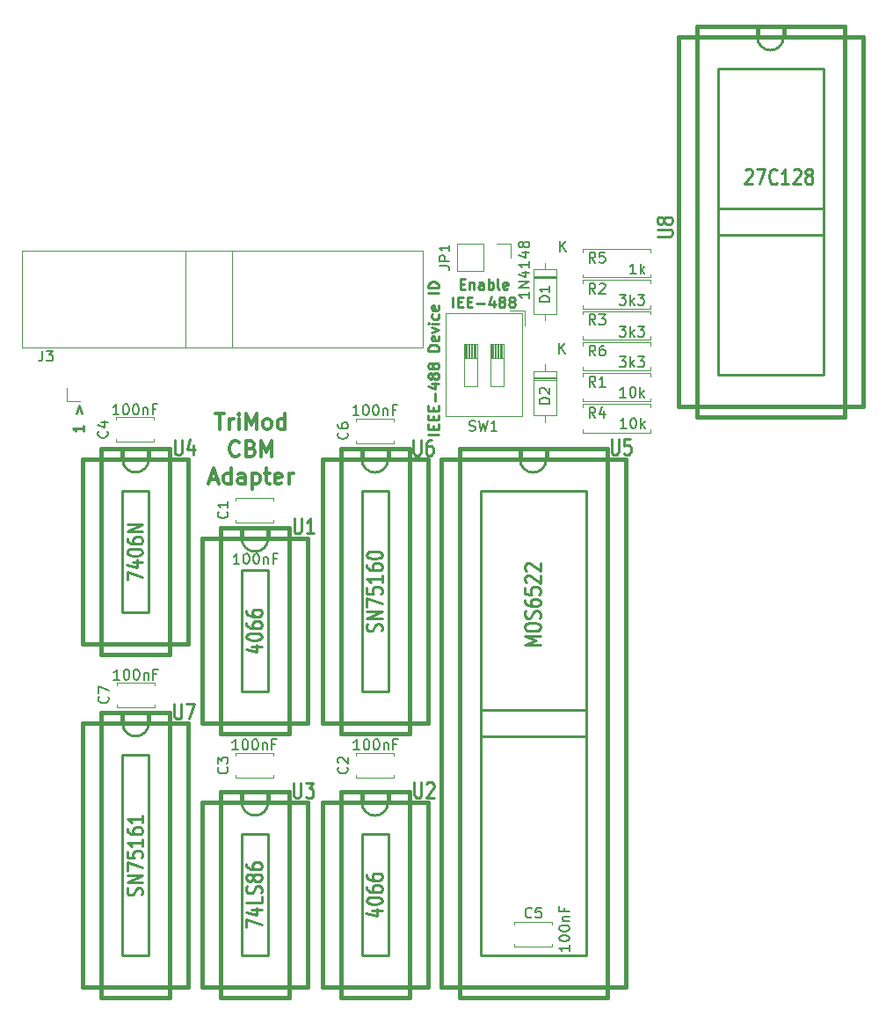
<source format=gto>
G04 #@! TF.GenerationSoftware,KiCad,Pcbnew,(5.1.2-1)-1*
G04 #@! TF.CreationDate,2019-05-24T14:25:54+02:00*
G04 #@! TF.ProjectId,TriMod CBM Adapter (Standard Version),5472694d-6f64-4204-9342-4d2041646170,1.1*
G04 #@! TF.SameCoordinates,Original*
G04 #@! TF.FileFunction,Legend,Top*
G04 #@! TF.FilePolarity,Positive*
%FSLAX46Y46*%
G04 Gerber Fmt 4.6, Leading zero omitted, Abs format (unit mm)*
G04 Created by KiCad (PCBNEW (5.1.2-1)-1) date 2019-05-24 14:25:54*
%MOMM*%
%LPD*%
G04 APERTURE LIST*
%ADD10C,0.250000*%
%ADD11C,0.375000*%
%ADD12C,0.120000*%
%ADD13C,0.381000*%
%ADD14C,0.254000*%
%ADD15C,0.150000*%
%ADD16C,0.240000*%
G04 APERTURE END LIST*
D10*
X70947540Y-78036965D02*
X70947540Y-78608394D01*
X70947540Y-78322680D02*
X69947540Y-78322680D01*
X70090398Y-78417918D01*
X70185636Y-78513156D01*
X70233255Y-78608394D01*
X70280874Y-76846489D02*
X70566588Y-76084584D01*
X70852302Y-76846489D01*
D11*
X83657714Y-76881071D02*
X84514857Y-76881071D01*
X84086285Y-78381071D02*
X84086285Y-76881071D01*
X85014857Y-78381071D02*
X85014857Y-77381071D01*
X85014857Y-77666785D02*
X85086285Y-77523928D01*
X85157714Y-77452500D01*
X85300571Y-77381071D01*
X85443428Y-77381071D01*
X85943428Y-78381071D02*
X85943428Y-77381071D01*
X85943428Y-76881071D02*
X85872000Y-76952500D01*
X85943428Y-77023928D01*
X86014857Y-76952500D01*
X85943428Y-76881071D01*
X85943428Y-77023928D01*
X86657714Y-78381071D02*
X86657714Y-76881071D01*
X87157714Y-77952500D01*
X87657714Y-76881071D01*
X87657714Y-78381071D01*
X88586285Y-78381071D02*
X88443428Y-78309642D01*
X88372000Y-78238214D01*
X88300571Y-78095357D01*
X88300571Y-77666785D01*
X88372000Y-77523928D01*
X88443428Y-77452500D01*
X88586285Y-77381071D01*
X88800571Y-77381071D01*
X88943428Y-77452500D01*
X89014857Y-77523928D01*
X89086285Y-77666785D01*
X89086285Y-78095357D01*
X89014857Y-78238214D01*
X88943428Y-78309642D01*
X88800571Y-78381071D01*
X88586285Y-78381071D01*
X90372000Y-78381071D02*
X90372000Y-76881071D01*
X90372000Y-78309642D02*
X90229142Y-78381071D01*
X89943428Y-78381071D01*
X89800571Y-78309642D01*
X89729142Y-78238214D01*
X89657714Y-78095357D01*
X89657714Y-77666785D01*
X89729142Y-77523928D01*
X89800571Y-77452500D01*
X89943428Y-77381071D01*
X90229142Y-77381071D01*
X90372000Y-77452500D01*
X85979142Y-80863214D02*
X85907714Y-80934642D01*
X85693428Y-81006071D01*
X85550571Y-81006071D01*
X85336285Y-80934642D01*
X85193428Y-80791785D01*
X85122000Y-80648928D01*
X85050571Y-80363214D01*
X85050571Y-80148928D01*
X85122000Y-79863214D01*
X85193428Y-79720357D01*
X85336285Y-79577500D01*
X85550571Y-79506071D01*
X85693428Y-79506071D01*
X85907714Y-79577500D01*
X85979142Y-79648928D01*
X87122000Y-80220357D02*
X87336285Y-80291785D01*
X87407714Y-80363214D01*
X87479142Y-80506071D01*
X87479142Y-80720357D01*
X87407714Y-80863214D01*
X87336285Y-80934642D01*
X87193428Y-81006071D01*
X86622000Y-81006071D01*
X86622000Y-79506071D01*
X87122000Y-79506071D01*
X87264857Y-79577500D01*
X87336285Y-79648928D01*
X87407714Y-79791785D01*
X87407714Y-79934642D01*
X87336285Y-80077500D01*
X87264857Y-80148928D01*
X87122000Y-80220357D01*
X86622000Y-80220357D01*
X88122000Y-81006071D02*
X88122000Y-79506071D01*
X88622000Y-80577500D01*
X89122000Y-79506071D01*
X89122000Y-81006071D01*
X83193428Y-83202500D02*
X83907714Y-83202500D01*
X83050571Y-83631071D02*
X83550571Y-82131071D01*
X84050571Y-83631071D01*
X85193428Y-83631071D02*
X85193428Y-82131071D01*
X85193428Y-83559642D02*
X85050571Y-83631071D01*
X84764857Y-83631071D01*
X84622000Y-83559642D01*
X84550571Y-83488214D01*
X84479142Y-83345357D01*
X84479142Y-82916785D01*
X84550571Y-82773928D01*
X84622000Y-82702500D01*
X84764857Y-82631071D01*
X85050571Y-82631071D01*
X85193428Y-82702500D01*
X86550571Y-83631071D02*
X86550571Y-82845357D01*
X86479142Y-82702500D01*
X86336285Y-82631071D01*
X86050571Y-82631071D01*
X85907714Y-82702500D01*
X86550571Y-83559642D02*
X86407714Y-83631071D01*
X86050571Y-83631071D01*
X85907714Y-83559642D01*
X85836285Y-83416785D01*
X85836285Y-83273928D01*
X85907714Y-83131071D01*
X86050571Y-83059642D01*
X86407714Y-83059642D01*
X86550571Y-82988214D01*
X87264857Y-82631071D02*
X87264857Y-84131071D01*
X87264857Y-82702500D02*
X87407714Y-82631071D01*
X87693428Y-82631071D01*
X87836285Y-82702500D01*
X87907714Y-82773928D01*
X87979142Y-82916785D01*
X87979142Y-83345357D01*
X87907714Y-83488214D01*
X87836285Y-83559642D01*
X87693428Y-83631071D01*
X87407714Y-83631071D01*
X87264857Y-83559642D01*
X88407714Y-82631071D02*
X88979142Y-82631071D01*
X88622000Y-82131071D02*
X88622000Y-83416785D01*
X88693428Y-83559642D01*
X88836285Y-83631071D01*
X88979142Y-83631071D01*
X90050571Y-83559642D02*
X89907714Y-83631071D01*
X89622000Y-83631071D01*
X89479142Y-83559642D01*
X89407714Y-83416785D01*
X89407714Y-82845357D01*
X89479142Y-82702500D01*
X89622000Y-82631071D01*
X89907714Y-82631071D01*
X90050571Y-82702500D01*
X90122000Y-82845357D01*
X90122000Y-82988214D01*
X89407714Y-83131071D01*
X90764857Y-83631071D02*
X90764857Y-82631071D01*
X90764857Y-82916785D02*
X90836285Y-82773928D01*
X90907714Y-82702500D01*
X91050571Y-82631071D01*
X91193428Y-82631071D01*
D10*
X107275595Y-64395071D02*
X107608928Y-64395071D01*
X107751785Y-64918880D02*
X107275595Y-64918880D01*
X107275595Y-63918880D01*
X107751785Y-63918880D01*
X108180357Y-64252214D02*
X108180357Y-64918880D01*
X108180357Y-64347452D02*
X108227976Y-64299833D01*
X108323214Y-64252214D01*
X108466071Y-64252214D01*
X108561309Y-64299833D01*
X108608928Y-64395071D01*
X108608928Y-64918880D01*
X109513690Y-64918880D02*
X109513690Y-64395071D01*
X109466071Y-64299833D01*
X109370833Y-64252214D01*
X109180357Y-64252214D01*
X109085119Y-64299833D01*
X109513690Y-64871261D02*
X109418452Y-64918880D01*
X109180357Y-64918880D01*
X109085119Y-64871261D01*
X109037500Y-64776023D01*
X109037500Y-64680785D01*
X109085119Y-64585547D01*
X109180357Y-64537928D01*
X109418452Y-64537928D01*
X109513690Y-64490309D01*
X109989880Y-64918880D02*
X109989880Y-63918880D01*
X109989880Y-64299833D02*
X110085119Y-64252214D01*
X110275595Y-64252214D01*
X110370833Y-64299833D01*
X110418452Y-64347452D01*
X110466071Y-64442690D01*
X110466071Y-64728404D01*
X110418452Y-64823642D01*
X110370833Y-64871261D01*
X110275595Y-64918880D01*
X110085119Y-64918880D01*
X109989880Y-64871261D01*
X111037500Y-64918880D02*
X110942261Y-64871261D01*
X110894642Y-64776023D01*
X110894642Y-63918880D01*
X111799404Y-64871261D02*
X111704166Y-64918880D01*
X111513690Y-64918880D01*
X111418452Y-64871261D01*
X111370833Y-64776023D01*
X111370833Y-64395071D01*
X111418452Y-64299833D01*
X111513690Y-64252214D01*
X111704166Y-64252214D01*
X111799404Y-64299833D01*
X111847023Y-64395071D01*
X111847023Y-64490309D01*
X111370833Y-64585547D01*
X106585119Y-66668880D02*
X106585119Y-65668880D01*
X107061309Y-66145071D02*
X107394642Y-66145071D01*
X107537500Y-66668880D02*
X107061309Y-66668880D01*
X107061309Y-65668880D01*
X107537500Y-65668880D01*
X107966071Y-66145071D02*
X108299404Y-66145071D01*
X108442261Y-66668880D02*
X107966071Y-66668880D01*
X107966071Y-65668880D01*
X108442261Y-65668880D01*
X108870833Y-66287928D02*
X109632738Y-66287928D01*
X110537500Y-66002214D02*
X110537500Y-66668880D01*
X110299404Y-65621261D02*
X110061309Y-66335547D01*
X110680357Y-66335547D01*
X111204166Y-66097452D02*
X111108928Y-66049833D01*
X111061309Y-66002214D01*
X111013690Y-65906976D01*
X111013690Y-65859357D01*
X111061309Y-65764119D01*
X111108928Y-65716500D01*
X111204166Y-65668880D01*
X111394642Y-65668880D01*
X111489880Y-65716500D01*
X111537500Y-65764119D01*
X111585119Y-65859357D01*
X111585119Y-65906976D01*
X111537500Y-66002214D01*
X111489880Y-66049833D01*
X111394642Y-66097452D01*
X111204166Y-66097452D01*
X111108928Y-66145071D01*
X111061309Y-66192690D01*
X111013690Y-66287928D01*
X111013690Y-66478404D01*
X111061309Y-66573642D01*
X111108928Y-66621261D01*
X111204166Y-66668880D01*
X111394642Y-66668880D01*
X111489880Y-66621261D01*
X111537500Y-66573642D01*
X111585119Y-66478404D01*
X111585119Y-66287928D01*
X111537500Y-66192690D01*
X111489880Y-66145071D01*
X111394642Y-66097452D01*
X112156547Y-66097452D02*
X112061309Y-66049833D01*
X112013690Y-66002214D01*
X111966071Y-65906976D01*
X111966071Y-65859357D01*
X112013690Y-65764119D01*
X112061309Y-65716500D01*
X112156547Y-65668880D01*
X112347023Y-65668880D01*
X112442261Y-65716500D01*
X112489880Y-65764119D01*
X112537500Y-65859357D01*
X112537500Y-65906976D01*
X112489880Y-66002214D01*
X112442261Y-66049833D01*
X112347023Y-66097452D01*
X112156547Y-66097452D01*
X112061309Y-66145071D01*
X112013690Y-66192690D01*
X111966071Y-66287928D01*
X111966071Y-66478404D01*
X112013690Y-66573642D01*
X112061309Y-66621261D01*
X112156547Y-66668880D01*
X112347023Y-66668880D01*
X112442261Y-66621261D01*
X112489880Y-66573642D01*
X112537500Y-66478404D01*
X112537500Y-66287928D01*
X112489880Y-66192690D01*
X112442261Y-66145071D01*
X112347023Y-66097452D01*
D12*
X69342300Y-75658400D02*
X70612300Y-75658400D01*
X69342300Y-74388400D02*
X69342300Y-75658400D01*
X65036700Y-61188600D02*
X103660700Y-61170600D01*
X65036700Y-70523100D02*
X65036700Y-61188600D01*
X80820700Y-70520600D02*
X80820700Y-61170600D01*
X85320700Y-70520600D02*
X85320700Y-61170600D01*
X103660700Y-70520600D02*
X103660700Y-61170600D01*
X103660700Y-70520600D02*
X65036700Y-70523100D01*
X85663000Y-84999500D02*
X89303000Y-84999500D01*
X85663000Y-87339500D02*
X89303000Y-87339500D01*
X85663000Y-84999500D02*
X85663000Y-85244500D01*
X85663000Y-87094500D02*
X85663000Y-87339500D01*
X89303000Y-84999500D02*
X89303000Y-85244500D01*
X89303000Y-87094500D02*
X89303000Y-87339500D01*
X100860000Y-111669000D02*
X100860000Y-111914000D01*
X100860000Y-109574000D02*
X100860000Y-109819000D01*
X97220000Y-111669000D02*
X97220000Y-111914000D01*
X97220000Y-109574000D02*
X97220000Y-109819000D01*
X97220000Y-111914000D02*
X100860000Y-111914000D01*
X97220000Y-109574000D02*
X100860000Y-109574000D01*
X85663000Y-109574000D02*
X89303000Y-109574000D01*
X85663000Y-111914000D02*
X89303000Y-111914000D01*
X85663000Y-109574000D02*
X85663000Y-109819000D01*
X85663000Y-111669000D02*
X85663000Y-111914000D01*
X89303000Y-109574000D02*
X89303000Y-109819000D01*
X89303000Y-111669000D02*
X89303000Y-111914000D01*
X77746000Y-79347500D02*
X77746000Y-79592500D01*
X77746000Y-77252500D02*
X77746000Y-77497500D01*
X74106000Y-79347500D02*
X74106000Y-79592500D01*
X74106000Y-77252500D02*
X74106000Y-77497500D01*
X74106000Y-79592500D02*
X77746000Y-79592500D01*
X74106000Y-77252500D02*
X77746000Y-77252500D01*
X116140000Y-128170000D02*
X112500000Y-128170000D01*
X116140000Y-125830000D02*
X112500000Y-125830000D01*
X116140000Y-128170000D02*
X116140000Y-127925000D01*
X116140000Y-126075000D02*
X116140000Y-125830000D01*
X112500000Y-128170000D02*
X112500000Y-127925000D01*
X112500000Y-126075000D02*
X112500000Y-125830000D01*
X100860000Y-79474500D02*
X100860000Y-79719500D01*
X100860000Y-77379500D02*
X100860000Y-77624500D01*
X97220000Y-79474500D02*
X97220000Y-79719500D01*
X97220000Y-77379500D02*
X97220000Y-77624500D01*
X97220000Y-79719500D02*
X100860000Y-79719500D01*
X97220000Y-77379500D02*
X100860000Y-77379500D01*
X74169500Y-102780000D02*
X77809500Y-102780000D01*
X74169500Y-105120000D02*
X77809500Y-105120000D01*
X74169500Y-102780000D02*
X74169500Y-103025000D01*
X74169500Y-104875000D02*
X74169500Y-105120000D01*
X77809500Y-102780000D02*
X77809500Y-103025000D01*
X77809500Y-104875000D02*
X77809500Y-105120000D01*
X116563000Y-63631000D02*
X114323000Y-63631000D01*
X116563000Y-63871000D02*
X114323000Y-63871000D01*
X116563000Y-63751000D02*
X114323000Y-63751000D01*
X115443000Y-67921000D02*
X115443000Y-67271000D01*
X115443000Y-62381000D02*
X115443000Y-63031000D01*
X116563000Y-67271000D02*
X116563000Y-63031000D01*
X114323000Y-67271000D02*
X116563000Y-67271000D01*
X114323000Y-63031000D02*
X114323000Y-67271000D01*
X116563000Y-63031000D02*
X114323000Y-63031000D01*
X116563000Y-72810000D02*
X114323000Y-72810000D01*
X114323000Y-72810000D02*
X114323000Y-77050000D01*
X114323000Y-77050000D02*
X116563000Y-77050000D01*
X116563000Y-77050000D02*
X116563000Y-72810000D01*
X115443000Y-72160000D02*
X115443000Y-72810000D01*
X115443000Y-77700000D02*
X115443000Y-77050000D01*
X116563000Y-73530000D02*
X114323000Y-73530000D01*
X116563000Y-73650000D02*
X114323000Y-73650000D01*
X116563000Y-73410000D02*
X114323000Y-73410000D01*
X106938000Y-60519000D02*
X106938000Y-63179000D01*
X109538000Y-60519000D02*
X106938000Y-60519000D01*
X109538000Y-63179000D02*
X106938000Y-63179000D01*
X109538000Y-60519000D02*
X109538000Y-63179000D01*
X110808000Y-60519000D02*
X112138000Y-60519000D01*
X112138000Y-60519000D02*
X112138000Y-61849000D01*
X119094000Y-73318500D02*
X119094000Y-72988500D01*
X119094000Y-72988500D02*
X125634000Y-72988500D01*
X125634000Y-72988500D02*
X125634000Y-73318500D01*
X119094000Y-75398500D02*
X119094000Y-75728500D01*
X119094000Y-75728500D02*
X125634000Y-75728500D01*
X125634000Y-75728500D02*
X125634000Y-75398500D01*
X125634000Y-66445000D02*
X125634000Y-66775000D01*
X125634000Y-66775000D02*
X119094000Y-66775000D01*
X119094000Y-66775000D02*
X119094000Y-66445000D01*
X125634000Y-64365000D02*
X125634000Y-64035000D01*
X125634000Y-64035000D02*
X119094000Y-64035000D01*
X119094000Y-64035000D02*
X119094000Y-64365000D01*
X125634000Y-69759500D02*
X125634000Y-69429500D01*
X119094000Y-69759500D02*
X125634000Y-69759500D01*
X119094000Y-69429500D02*
X119094000Y-69759500D01*
X125634000Y-67019500D02*
X125634000Y-67349500D01*
X119094000Y-67019500D02*
X125634000Y-67019500D01*
X119094000Y-67349500D02*
X119094000Y-67019500D01*
X125634000Y-78713000D02*
X125634000Y-78383000D01*
X119094000Y-78713000D02*
X125634000Y-78713000D01*
X119094000Y-78383000D02*
X119094000Y-78713000D01*
X125634000Y-75973000D02*
X125634000Y-76303000D01*
X119094000Y-75973000D02*
X125634000Y-75973000D01*
X119094000Y-76303000D02*
X119094000Y-75973000D01*
X119094000Y-61380500D02*
X119094000Y-61050500D01*
X119094000Y-61050500D02*
X125634000Y-61050500D01*
X125634000Y-61050500D02*
X125634000Y-61380500D01*
X119094000Y-63460500D02*
X119094000Y-63790500D01*
X119094000Y-63790500D02*
X125634000Y-63790500D01*
X125634000Y-63790500D02*
X125634000Y-63460500D01*
X113228000Y-67249500D02*
X113228000Y-77149500D01*
X105848000Y-67249500D02*
X105848000Y-77149500D01*
X113228000Y-67249500D02*
X105848000Y-67249500D01*
X113228000Y-77149500D02*
X105848000Y-77149500D01*
X113468000Y-67009500D02*
X113468000Y-68393500D01*
X113468000Y-67009500D02*
X112085000Y-67009500D01*
X111443000Y-70169500D02*
X110173000Y-70169500D01*
X110173000Y-70169500D02*
X110173000Y-74229500D01*
X110173000Y-74229500D02*
X111443000Y-74229500D01*
X111443000Y-74229500D02*
X111443000Y-70169500D01*
X111323000Y-70169500D02*
X111323000Y-71522833D01*
X111203000Y-70169500D02*
X111203000Y-71522833D01*
X111083000Y-70169500D02*
X111083000Y-71522833D01*
X110963000Y-70169500D02*
X110963000Y-71522833D01*
X110843000Y-70169500D02*
X110843000Y-71522833D01*
X110723000Y-70169500D02*
X110723000Y-71522833D01*
X110603000Y-70169500D02*
X110603000Y-71522833D01*
X110483000Y-70169500D02*
X110483000Y-71522833D01*
X110363000Y-70169500D02*
X110363000Y-71522833D01*
X110243000Y-70169500D02*
X110243000Y-71522833D01*
X111443000Y-71522833D02*
X110173000Y-71522833D01*
X108903000Y-70169500D02*
X107633000Y-70169500D01*
X107633000Y-70169500D02*
X107633000Y-74229500D01*
X107633000Y-74229500D02*
X108903000Y-74229500D01*
X108903000Y-74229500D02*
X108903000Y-70169500D01*
X108783000Y-70169500D02*
X108783000Y-71522833D01*
X108663000Y-70169500D02*
X108663000Y-71522833D01*
X108543000Y-70169500D02*
X108543000Y-71522833D01*
X108423000Y-70169500D02*
X108423000Y-71522833D01*
X108303000Y-70169500D02*
X108303000Y-71522833D01*
X108183000Y-70169500D02*
X108183000Y-71522833D01*
X108063000Y-70169500D02*
X108063000Y-71522833D01*
X107943000Y-70169500D02*
X107943000Y-71522833D01*
X107823000Y-70169500D02*
X107823000Y-71522833D01*
X107703000Y-70169500D02*
X107703000Y-71522833D01*
X108903000Y-71522833D02*
X107633000Y-71522833D01*
D13*
X84201000Y-87884000D02*
X90805000Y-87884000D01*
X90805000Y-107696000D02*
X84201000Y-107696000D01*
X82423000Y-88900000D02*
X92583000Y-88900000D01*
X92583000Y-106680000D02*
X82423000Y-106680000D01*
D14*
X86233000Y-103632000D02*
X88773000Y-103632000D01*
X88773000Y-91948000D02*
X86233000Y-91948000D01*
D13*
X88773000Y-88900000D02*
X88773000Y-87884000D01*
X86233000Y-88900000D02*
X86233000Y-87884000D01*
D14*
X86233000Y-88900000D02*
G75*
G03X87503000Y-90170000I1270000J0D01*
G01*
X87503000Y-90170000D02*
G75*
G03X88773000Y-88900000I0J1270000D01*
G01*
X88773000Y-91948000D02*
X88773000Y-103632000D01*
X86233000Y-103632000D02*
X86233000Y-91948000D01*
D13*
X90805000Y-87884000D02*
X90805000Y-107696000D01*
X84201000Y-107696000D02*
X84201000Y-87884000D01*
X82423000Y-88900000D02*
X82423000Y-106680000D01*
X92583000Y-106680000D02*
X92583000Y-88900000D01*
X104140000Y-132080000D02*
X104140000Y-114300000D01*
X93980000Y-114300000D02*
X93980000Y-132080000D01*
X95758000Y-133096000D02*
X95758000Y-113284000D01*
X102362000Y-113284000D02*
X102362000Y-133096000D01*
D14*
X97790000Y-129032000D02*
X97790000Y-117348000D01*
X100330000Y-117348000D02*
X100330000Y-129032000D01*
X99060000Y-115570000D02*
G75*
G03X100330000Y-114300000I0J1270000D01*
G01*
X97790000Y-114300000D02*
G75*
G03X99060000Y-115570000I1270000J0D01*
G01*
D13*
X97790000Y-114300000D02*
X97790000Y-113284000D01*
X100330000Y-114300000D02*
X100330000Y-113284000D01*
D14*
X100330000Y-117348000D02*
X97790000Y-117348000D01*
X97790000Y-129032000D02*
X100330000Y-129032000D01*
D13*
X104140000Y-132080000D02*
X93980000Y-132080000D01*
X93980000Y-114300000D02*
X104140000Y-114300000D01*
X102362000Y-133096000D02*
X95758000Y-133096000D01*
X95758000Y-113284000D02*
X102362000Y-113284000D01*
X84201000Y-113284000D02*
X90805000Y-113284000D01*
X90805000Y-133096000D02*
X84201000Y-133096000D01*
X82423000Y-114300000D02*
X92583000Y-114300000D01*
X92583000Y-132080000D02*
X82423000Y-132080000D01*
D14*
X86233000Y-129032000D02*
X88773000Y-129032000D01*
X88773000Y-117348000D02*
X86233000Y-117348000D01*
D13*
X88773000Y-114300000D02*
X88773000Y-113284000D01*
X86233000Y-114300000D02*
X86233000Y-113284000D01*
D14*
X86233000Y-114300000D02*
G75*
G03X87503000Y-115570000I1270000J0D01*
G01*
X87503000Y-115570000D02*
G75*
G03X88773000Y-114300000I0J1270000D01*
G01*
X88773000Y-117348000D02*
X88773000Y-129032000D01*
X86233000Y-129032000D02*
X86233000Y-117348000D01*
D13*
X90805000Y-113284000D02*
X90805000Y-133096000D01*
X84201000Y-133096000D02*
X84201000Y-113284000D01*
X82423000Y-114300000D02*
X82423000Y-132080000D01*
X92583000Y-132080000D02*
X92583000Y-114300000D01*
X81089500Y-99060000D02*
X81089500Y-81280000D01*
X70929500Y-81280000D02*
X70929500Y-99060000D01*
X72707500Y-100076000D02*
X72707500Y-80264000D01*
X79311500Y-80264000D02*
X79311500Y-100076000D01*
D14*
X74739500Y-96012000D02*
X74739500Y-84328000D01*
X77279500Y-84328000D02*
X77279500Y-96012000D01*
X76009500Y-82550000D02*
G75*
G03X77279500Y-81280000I0J1270000D01*
G01*
X74739500Y-81280000D02*
G75*
G03X76009500Y-82550000I1270000J0D01*
G01*
D13*
X74739500Y-81280000D02*
X74739500Y-80264000D01*
X77279500Y-81280000D02*
X77279500Y-80264000D01*
D14*
X77279500Y-84328000D02*
X74739500Y-84328000D01*
X74739500Y-96012000D02*
X77279500Y-96012000D01*
D13*
X81089500Y-99060000D02*
X70929500Y-99060000D01*
X70929500Y-81280000D02*
X81089500Y-81280000D01*
X79311500Y-100076000D02*
X72707500Y-100076000D01*
X72707500Y-80264000D02*
X79311500Y-80264000D01*
D14*
X119380000Y-84328000D02*
X119380000Y-129032000D01*
X109220000Y-129032000D02*
X109220000Y-84328000D01*
D13*
X105410000Y-81280000D02*
X105410000Y-132080000D01*
X107188000Y-133096000D02*
X107188000Y-80264000D01*
X123190000Y-81280000D02*
X123190000Y-132080000D01*
X121412000Y-133096000D02*
X121412000Y-80264000D01*
X107188000Y-133096000D02*
X121412000Y-133096000D01*
X123190000Y-132080000D02*
X105410000Y-132080000D01*
X105410000Y-81280000D02*
X123190000Y-81280000D01*
X121412000Y-80264000D02*
X107188000Y-80264000D01*
D14*
X119380000Y-105410000D02*
X109220000Y-105410000D01*
X109220000Y-107950000D02*
X119380000Y-107950000D01*
X119380000Y-129032000D02*
X109220000Y-129032000D01*
X119380000Y-84328000D02*
X109220000Y-84328000D01*
D13*
X115570000Y-81280000D02*
X113030000Y-81280000D01*
D14*
X114300000Y-82550000D02*
G75*
G03X115570000Y-81280000I0J1270000D01*
G01*
X113030000Y-81280000D02*
G75*
G03X114300000Y-82550000I1270000J0D01*
G01*
D13*
X113030000Y-81280000D02*
X113030000Y-80264000D01*
X115570000Y-81280000D02*
X115570000Y-80264000D01*
D14*
X97790000Y-103632000D02*
X97790000Y-84328000D01*
X100330000Y-84328000D02*
X100330000Y-103632000D01*
D13*
X93980000Y-106680000D02*
X93980000Y-81280000D01*
X95758000Y-107696000D02*
X95758000Y-80264000D01*
X104140000Y-81280000D02*
X104140000Y-106680000D01*
X102362000Y-80264000D02*
X102362000Y-107696000D01*
X100330000Y-81280000D02*
X97790000Y-81280000D01*
D14*
X99060000Y-82550000D02*
G75*
G03X100330000Y-81280000I0J1270000D01*
G01*
X97790000Y-81280000D02*
G75*
G03X99060000Y-82550000I1270000J0D01*
G01*
D13*
X97790000Y-81280000D02*
X97790000Y-80264000D01*
X100330000Y-81280000D02*
X100330000Y-80264000D01*
D14*
X100330000Y-84328000D02*
X97790000Y-84328000D01*
X97790000Y-103632000D02*
X100330000Y-103632000D01*
D13*
X104140000Y-106680000D02*
X93980000Y-106680000D01*
X93980000Y-81280000D02*
X104140000Y-81280000D01*
X102362000Y-107696000D02*
X95758000Y-107696000D01*
X95758000Y-80264000D02*
X102362000Y-80264000D01*
X72707500Y-105664000D02*
X79311500Y-105664000D01*
X79311500Y-133096000D02*
X72707500Y-133096000D01*
X70929500Y-106680000D02*
X81089500Y-106680000D01*
X81089500Y-132080000D02*
X70929500Y-132080000D01*
D14*
X74739500Y-129032000D02*
X77279500Y-129032000D01*
X77279500Y-109728000D02*
X74739500Y-109728000D01*
D13*
X77279500Y-106680000D02*
X77279500Y-105664000D01*
X74739500Y-106680000D02*
X74739500Y-105664000D01*
D14*
X74739500Y-106680000D02*
G75*
G03X76009500Y-107950000I1270000J0D01*
G01*
X76009500Y-107950000D02*
G75*
G03X77279500Y-106680000I0J1270000D01*
G01*
D13*
X77279500Y-106680000D02*
X74739500Y-106680000D01*
X79311500Y-105664000D02*
X79311500Y-133096000D01*
X81089500Y-106680000D02*
X81089500Y-132080000D01*
X72707500Y-133096000D02*
X72707500Y-105664000D01*
X70929500Y-132080000D02*
X70929500Y-106680000D01*
D14*
X77279500Y-109728000D02*
X77279500Y-129032000D01*
X74739500Y-129032000D02*
X74739500Y-109728000D01*
D13*
X130048000Y-77216000D02*
X144272000Y-77216000D01*
X146050000Y-76200000D02*
X128270000Y-76200000D01*
X128270000Y-40640000D02*
X146050000Y-40640000D01*
X144272000Y-39624000D02*
X130048000Y-39624000D01*
D14*
X142240000Y-57150000D02*
X132080000Y-57150000D01*
X132080000Y-59690000D02*
X142240000Y-59690000D01*
X142240000Y-73152000D02*
X132080000Y-73152000D01*
X142240000Y-43688000D02*
X132080000Y-43688000D01*
D13*
X146050000Y-40640000D02*
X146050000Y-76200000D01*
X144272000Y-77216000D02*
X144272000Y-39624000D01*
X128270000Y-40640000D02*
X128270000Y-76200000D01*
X130048000Y-77216000D02*
X130048000Y-39624000D01*
D14*
X132080000Y-43688000D02*
X132080000Y-73152000D01*
X142240000Y-73152000D02*
X142240000Y-43688000D01*
D13*
X138430000Y-40640000D02*
X135890000Y-40640000D01*
D14*
X137160000Y-41910000D02*
G75*
G03X138430000Y-40640000I0J1270000D01*
G01*
X135890000Y-40640000D02*
G75*
G03X137160000Y-41910000I1270000J0D01*
G01*
D13*
X135890000Y-40640000D02*
X135890000Y-39624000D01*
X138430000Y-40640000D02*
X138430000Y-39624000D01*
D12*
X125634000Y-72414000D02*
X125634000Y-72744000D01*
X125634000Y-72744000D02*
X119094000Y-72744000D01*
X119094000Y-72744000D02*
X119094000Y-72414000D01*
X125634000Y-70334000D02*
X125634000Y-70004000D01*
X125634000Y-70004000D02*
X119094000Y-70004000D01*
X119094000Y-70004000D02*
X119094000Y-70334000D01*
D15*
X67040166Y-70826380D02*
X67040166Y-71540666D01*
X66992547Y-71683523D01*
X66897309Y-71778761D01*
X66754452Y-71826380D01*
X66659214Y-71826380D01*
X67421119Y-70826380D02*
X68040166Y-70826380D01*
X67706833Y-71207333D01*
X67849690Y-71207333D01*
X67944928Y-71254952D01*
X67992547Y-71302571D01*
X68040166Y-71397809D01*
X68040166Y-71635904D01*
X67992547Y-71731142D01*
X67944928Y-71778761D01*
X67849690Y-71826380D01*
X67563976Y-71826380D01*
X67468738Y-71778761D01*
X67421119Y-71731142D01*
X84812142Y-86336166D02*
X84859761Y-86383785D01*
X84907380Y-86526642D01*
X84907380Y-86621880D01*
X84859761Y-86764738D01*
X84764523Y-86859976D01*
X84669285Y-86907595D01*
X84478809Y-86955214D01*
X84335952Y-86955214D01*
X84145476Y-86907595D01*
X84050238Y-86859976D01*
X83955000Y-86764738D01*
X83907380Y-86621880D01*
X83907380Y-86526642D01*
X83955000Y-86383785D01*
X84002619Y-86336166D01*
X84907380Y-85383785D02*
X84907380Y-85955214D01*
X84907380Y-85669500D02*
X83907380Y-85669500D01*
X84050238Y-85764738D01*
X84145476Y-85859976D01*
X84193095Y-85955214D01*
X86001100Y-91348820D02*
X85429672Y-91348820D01*
X85715386Y-91348820D02*
X85715386Y-90348820D01*
X85620148Y-90491678D01*
X85524910Y-90586916D01*
X85429672Y-90634535D01*
X86620148Y-90348820D02*
X86715386Y-90348820D01*
X86810624Y-90396440D01*
X86858243Y-90444059D01*
X86905862Y-90539297D01*
X86953481Y-90729773D01*
X86953481Y-90967868D01*
X86905862Y-91158344D01*
X86858243Y-91253582D01*
X86810624Y-91301201D01*
X86715386Y-91348820D01*
X86620148Y-91348820D01*
X86524910Y-91301201D01*
X86477291Y-91253582D01*
X86429672Y-91158344D01*
X86382053Y-90967868D01*
X86382053Y-90729773D01*
X86429672Y-90539297D01*
X86477291Y-90444059D01*
X86524910Y-90396440D01*
X86620148Y-90348820D01*
X87572529Y-90348820D02*
X87667767Y-90348820D01*
X87763005Y-90396440D01*
X87810624Y-90444059D01*
X87858243Y-90539297D01*
X87905862Y-90729773D01*
X87905862Y-90967868D01*
X87858243Y-91158344D01*
X87810624Y-91253582D01*
X87763005Y-91301201D01*
X87667767Y-91348820D01*
X87572529Y-91348820D01*
X87477291Y-91301201D01*
X87429672Y-91253582D01*
X87382053Y-91158344D01*
X87334434Y-90967868D01*
X87334434Y-90729773D01*
X87382053Y-90539297D01*
X87429672Y-90444059D01*
X87477291Y-90396440D01*
X87572529Y-90348820D01*
X88334434Y-90682154D02*
X88334434Y-91348820D01*
X88334434Y-90777392D02*
X88382053Y-90729773D01*
X88477291Y-90682154D01*
X88620148Y-90682154D01*
X88715386Y-90729773D01*
X88763005Y-90825011D01*
X88763005Y-91348820D01*
X89572529Y-90825011D02*
X89239196Y-90825011D01*
X89239196Y-91348820D02*
X89239196Y-90348820D01*
X89715386Y-90348820D01*
X96369142Y-110910666D02*
X96416761Y-110958285D01*
X96464380Y-111101142D01*
X96464380Y-111196380D01*
X96416761Y-111339238D01*
X96321523Y-111434476D01*
X96226285Y-111482095D01*
X96035809Y-111529714D01*
X95892952Y-111529714D01*
X95702476Y-111482095D01*
X95607238Y-111434476D01*
X95512000Y-111339238D01*
X95464380Y-111196380D01*
X95464380Y-111101142D01*
X95512000Y-110958285D01*
X95559619Y-110910666D01*
X95559619Y-110529714D02*
X95512000Y-110482095D01*
X95464380Y-110386857D01*
X95464380Y-110148761D01*
X95512000Y-110053523D01*
X95559619Y-110005904D01*
X95654857Y-109958285D01*
X95750095Y-109958285D01*
X95892952Y-110005904D01*
X96464380Y-110577333D01*
X96464380Y-109958285D01*
X97575880Y-109227880D02*
X97004452Y-109227880D01*
X97290166Y-109227880D02*
X97290166Y-108227880D01*
X97194928Y-108370738D01*
X97099690Y-108465976D01*
X97004452Y-108513595D01*
X98194928Y-108227880D02*
X98290166Y-108227880D01*
X98385404Y-108275500D01*
X98433023Y-108323119D01*
X98480642Y-108418357D01*
X98528261Y-108608833D01*
X98528261Y-108846928D01*
X98480642Y-109037404D01*
X98433023Y-109132642D01*
X98385404Y-109180261D01*
X98290166Y-109227880D01*
X98194928Y-109227880D01*
X98099690Y-109180261D01*
X98052071Y-109132642D01*
X98004452Y-109037404D01*
X97956833Y-108846928D01*
X97956833Y-108608833D01*
X98004452Y-108418357D01*
X98052071Y-108323119D01*
X98099690Y-108275500D01*
X98194928Y-108227880D01*
X99147309Y-108227880D02*
X99242547Y-108227880D01*
X99337785Y-108275500D01*
X99385404Y-108323119D01*
X99433023Y-108418357D01*
X99480642Y-108608833D01*
X99480642Y-108846928D01*
X99433023Y-109037404D01*
X99385404Y-109132642D01*
X99337785Y-109180261D01*
X99242547Y-109227880D01*
X99147309Y-109227880D01*
X99052071Y-109180261D01*
X99004452Y-109132642D01*
X98956833Y-109037404D01*
X98909214Y-108846928D01*
X98909214Y-108608833D01*
X98956833Y-108418357D01*
X99004452Y-108323119D01*
X99052071Y-108275500D01*
X99147309Y-108227880D01*
X99909214Y-108561214D02*
X99909214Y-109227880D01*
X99909214Y-108656452D02*
X99956833Y-108608833D01*
X100052071Y-108561214D01*
X100194928Y-108561214D01*
X100290166Y-108608833D01*
X100337785Y-108704071D01*
X100337785Y-109227880D01*
X101147309Y-108704071D02*
X100813976Y-108704071D01*
X100813976Y-109227880D02*
X100813976Y-108227880D01*
X101290166Y-108227880D01*
X84812142Y-110910666D02*
X84859761Y-110958285D01*
X84907380Y-111101142D01*
X84907380Y-111196380D01*
X84859761Y-111339238D01*
X84764523Y-111434476D01*
X84669285Y-111482095D01*
X84478809Y-111529714D01*
X84335952Y-111529714D01*
X84145476Y-111482095D01*
X84050238Y-111434476D01*
X83955000Y-111339238D01*
X83907380Y-111196380D01*
X83907380Y-111101142D01*
X83955000Y-110958285D01*
X84002619Y-110910666D01*
X83907380Y-110577333D02*
X83907380Y-109958285D01*
X84288333Y-110291619D01*
X84288333Y-110148761D01*
X84335952Y-110053523D01*
X84383571Y-110005904D01*
X84478809Y-109958285D01*
X84716904Y-109958285D01*
X84812142Y-110005904D01*
X84859761Y-110053523D01*
X84907380Y-110148761D01*
X84907380Y-110434476D01*
X84859761Y-110529714D01*
X84812142Y-110577333D01*
X85891880Y-109227880D02*
X85320452Y-109227880D01*
X85606166Y-109227880D02*
X85606166Y-108227880D01*
X85510928Y-108370738D01*
X85415690Y-108465976D01*
X85320452Y-108513595D01*
X86510928Y-108227880D02*
X86606166Y-108227880D01*
X86701404Y-108275500D01*
X86749023Y-108323119D01*
X86796642Y-108418357D01*
X86844261Y-108608833D01*
X86844261Y-108846928D01*
X86796642Y-109037404D01*
X86749023Y-109132642D01*
X86701404Y-109180261D01*
X86606166Y-109227880D01*
X86510928Y-109227880D01*
X86415690Y-109180261D01*
X86368071Y-109132642D01*
X86320452Y-109037404D01*
X86272833Y-108846928D01*
X86272833Y-108608833D01*
X86320452Y-108418357D01*
X86368071Y-108323119D01*
X86415690Y-108275500D01*
X86510928Y-108227880D01*
X87463309Y-108227880D02*
X87558547Y-108227880D01*
X87653785Y-108275500D01*
X87701404Y-108323119D01*
X87749023Y-108418357D01*
X87796642Y-108608833D01*
X87796642Y-108846928D01*
X87749023Y-109037404D01*
X87701404Y-109132642D01*
X87653785Y-109180261D01*
X87558547Y-109227880D01*
X87463309Y-109227880D01*
X87368071Y-109180261D01*
X87320452Y-109132642D01*
X87272833Y-109037404D01*
X87225214Y-108846928D01*
X87225214Y-108608833D01*
X87272833Y-108418357D01*
X87320452Y-108323119D01*
X87368071Y-108275500D01*
X87463309Y-108227880D01*
X88225214Y-108561214D02*
X88225214Y-109227880D01*
X88225214Y-108656452D02*
X88272833Y-108608833D01*
X88368071Y-108561214D01*
X88510928Y-108561214D01*
X88606166Y-108608833D01*
X88653785Y-108704071D01*
X88653785Y-109227880D01*
X89463309Y-108704071D02*
X89129976Y-108704071D01*
X89129976Y-109227880D02*
X89129976Y-108227880D01*
X89606166Y-108227880D01*
X73255142Y-78589166D02*
X73302761Y-78636785D01*
X73350380Y-78779642D01*
X73350380Y-78874880D01*
X73302761Y-79017738D01*
X73207523Y-79112976D01*
X73112285Y-79160595D01*
X72921809Y-79208214D01*
X72778952Y-79208214D01*
X72588476Y-79160595D01*
X72493238Y-79112976D01*
X72398000Y-79017738D01*
X72350380Y-78874880D01*
X72350380Y-78779642D01*
X72398000Y-78636785D01*
X72445619Y-78589166D01*
X72683714Y-77732023D02*
X73350380Y-77732023D01*
X72302761Y-77970119D02*
X73017047Y-78208214D01*
X73017047Y-77589166D01*
X74398380Y-76969880D02*
X73826952Y-76969880D01*
X74112666Y-76969880D02*
X74112666Y-75969880D01*
X74017428Y-76112738D01*
X73922190Y-76207976D01*
X73826952Y-76255595D01*
X75017428Y-75969880D02*
X75112666Y-75969880D01*
X75207904Y-76017500D01*
X75255523Y-76065119D01*
X75303142Y-76160357D01*
X75350761Y-76350833D01*
X75350761Y-76588928D01*
X75303142Y-76779404D01*
X75255523Y-76874642D01*
X75207904Y-76922261D01*
X75112666Y-76969880D01*
X75017428Y-76969880D01*
X74922190Y-76922261D01*
X74874571Y-76874642D01*
X74826952Y-76779404D01*
X74779333Y-76588928D01*
X74779333Y-76350833D01*
X74826952Y-76160357D01*
X74874571Y-76065119D01*
X74922190Y-76017500D01*
X75017428Y-75969880D01*
X75969809Y-75969880D02*
X76065047Y-75969880D01*
X76160285Y-76017500D01*
X76207904Y-76065119D01*
X76255523Y-76160357D01*
X76303142Y-76350833D01*
X76303142Y-76588928D01*
X76255523Y-76779404D01*
X76207904Y-76874642D01*
X76160285Y-76922261D01*
X76065047Y-76969880D01*
X75969809Y-76969880D01*
X75874571Y-76922261D01*
X75826952Y-76874642D01*
X75779333Y-76779404D01*
X75731714Y-76588928D01*
X75731714Y-76350833D01*
X75779333Y-76160357D01*
X75826952Y-76065119D01*
X75874571Y-76017500D01*
X75969809Y-75969880D01*
X76731714Y-76303214D02*
X76731714Y-76969880D01*
X76731714Y-76398452D02*
X76779333Y-76350833D01*
X76874571Y-76303214D01*
X77017428Y-76303214D01*
X77112666Y-76350833D01*
X77160285Y-76446071D01*
X77160285Y-76969880D01*
X77969809Y-76446071D02*
X77636476Y-76446071D01*
X77636476Y-76969880D02*
X77636476Y-75969880D01*
X78112666Y-75969880D01*
X114153333Y-125325142D02*
X114105714Y-125372761D01*
X113962857Y-125420380D01*
X113867619Y-125420380D01*
X113724761Y-125372761D01*
X113629523Y-125277523D01*
X113581904Y-125182285D01*
X113534285Y-124991809D01*
X113534285Y-124848952D01*
X113581904Y-124658476D01*
X113629523Y-124563238D01*
X113724761Y-124468000D01*
X113867619Y-124420380D01*
X113962857Y-124420380D01*
X114105714Y-124468000D01*
X114153333Y-124515619D01*
X115058095Y-124420380D02*
X114581904Y-124420380D01*
X114534285Y-124896571D01*
X114581904Y-124848952D01*
X114677142Y-124801333D01*
X114915238Y-124801333D01*
X115010476Y-124848952D01*
X115058095Y-124896571D01*
X115105714Y-124991809D01*
X115105714Y-125229904D01*
X115058095Y-125325142D01*
X115010476Y-125372761D01*
X114915238Y-125420380D01*
X114677142Y-125420380D01*
X114581904Y-125372761D01*
X114534285Y-125325142D01*
X117800380Y-128039619D02*
X117800380Y-128611047D01*
X117800380Y-128325333D02*
X116800380Y-128325333D01*
X116943238Y-128420571D01*
X117038476Y-128515809D01*
X117086095Y-128611047D01*
X116800380Y-127420571D02*
X116800380Y-127325333D01*
X116848000Y-127230095D01*
X116895619Y-127182476D01*
X116990857Y-127134857D01*
X117181333Y-127087238D01*
X117419428Y-127087238D01*
X117609904Y-127134857D01*
X117705142Y-127182476D01*
X117752761Y-127230095D01*
X117800380Y-127325333D01*
X117800380Y-127420571D01*
X117752761Y-127515809D01*
X117705142Y-127563428D01*
X117609904Y-127611047D01*
X117419428Y-127658666D01*
X117181333Y-127658666D01*
X116990857Y-127611047D01*
X116895619Y-127563428D01*
X116848000Y-127515809D01*
X116800380Y-127420571D01*
X116800380Y-126468190D02*
X116800380Y-126372952D01*
X116848000Y-126277714D01*
X116895619Y-126230095D01*
X116990857Y-126182476D01*
X117181333Y-126134857D01*
X117419428Y-126134857D01*
X117609904Y-126182476D01*
X117705142Y-126230095D01*
X117752761Y-126277714D01*
X117800380Y-126372952D01*
X117800380Y-126468190D01*
X117752761Y-126563428D01*
X117705142Y-126611047D01*
X117609904Y-126658666D01*
X117419428Y-126706285D01*
X117181333Y-126706285D01*
X116990857Y-126658666D01*
X116895619Y-126611047D01*
X116848000Y-126563428D01*
X116800380Y-126468190D01*
X117133714Y-125706285D02*
X117800380Y-125706285D01*
X117228952Y-125706285D02*
X117181333Y-125658666D01*
X117133714Y-125563428D01*
X117133714Y-125420571D01*
X117181333Y-125325333D01*
X117276571Y-125277714D01*
X117800380Y-125277714D01*
X117276571Y-124468190D02*
X117276571Y-124801523D01*
X117800380Y-124801523D02*
X116800380Y-124801523D01*
X116800380Y-124325333D01*
X96369142Y-78716166D02*
X96416761Y-78763785D01*
X96464380Y-78906642D01*
X96464380Y-79001880D01*
X96416761Y-79144738D01*
X96321523Y-79239976D01*
X96226285Y-79287595D01*
X96035809Y-79335214D01*
X95892952Y-79335214D01*
X95702476Y-79287595D01*
X95607238Y-79239976D01*
X95512000Y-79144738D01*
X95464380Y-79001880D01*
X95464380Y-78906642D01*
X95512000Y-78763785D01*
X95559619Y-78716166D01*
X95464380Y-77859023D02*
X95464380Y-78049500D01*
X95512000Y-78144738D01*
X95559619Y-78192357D01*
X95702476Y-78287595D01*
X95892952Y-78335214D01*
X96273904Y-78335214D01*
X96369142Y-78287595D01*
X96416761Y-78239976D01*
X96464380Y-78144738D01*
X96464380Y-77954261D01*
X96416761Y-77859023D01*
X96369142Y-77811404D01*
X96273904Y-77763785D01*
X96035809Y-77763785D01*
X95940571Y-77811404D01*
X95892952Y-77859023D01*
X95845333Y-77954261D01*
X95845333Y-78144738D01*
X95892952Y-78239976D01*
X95940571Y-78287595D01*
X96035809Y-78335214D01*
X97512380Y-77033380D02*
X96940952Y-77033380D01*
X97226666Y-77033380D02*
X97226666Y-76033380D01*
X97131428Y-76176238D01*
X97036190Y-76271476D01*
X96940952Y-76319095D01*
X98131428Y-76033380D02*
X98226666Y-76033380D01*
X98321904Y-76081000D01*
X98369523Y-76128619D01*
X98417142Y-76223857D01*
X98464761Y-76414333D01*
X98464761Y-76652428D01*
X98417142Y-76842904D01*
X98369523Y-76938142D01*
X98321904Y-76985761D01*
X98226666Y-77033380D01*
X98131428Y-77033380D01*
X98036190Y-76985761D01*
X97988571Y-76938142D01*
X97940952Y-76842904D01*
X97893333Y-76652428D01*
X97893333Y-76414333D01*
X97940952Y-76223857D01*
X97988571Y-76128619D01*
X98036190Y-76081000D01*
X98131428Y-76033380D01*
X99083809Y-76033380D02*
X99179047Y-76033380D01*
X99274285Y-76081000D01*
X99321904Y-76128619D01*
X99369523Y-76223857D01*
X99417142Y-76414333D01*
X99417142Y-76652428D01*
X99369523Y-76842904D01*
X99321904Y-76938142D01*
X99274285Y-76985761D01*
X99179047Y-77033380D01*
X99083809Y-77033380D01*
X98988571Y-76985761D01*
X98940952Y-76938142D01*
X98893333Y-76842904D01*
X98845714Y-76652428D01*
X98845714Y-76414333D01*
X98893333Y-76223857D01*
X98940952Y-76128619D01*
X98988571Y-76081000D01*
X99083809Y-76033380D01*
X99845714Y-76366714D02*
X99845714Y-77033380D01*
X99845714Y-76461952D02*
X99893333Y-76414333D01*
X99988571Y-76366714D01*
X100131428Y-76366714D01*
X100226666Y-76414333D01*
X100274285Y-76509571D01*
X100274285Y-77033380D01*
X101083809Y-76509571D02*
X100750476Y-76509571D01*
X100750476Y-77033380D02*
X100750476Y-76033380D01*
X101226666Y-76033380D01*
X73318642Y-104116666D02*
X73366261Y-104164285D01*
X73413880Y-104307142D01*
X73413880Y-104402380D01*
X73366261Y-104545238D01*
X73271023Y-104640476D01*
X73175785Y-104688095D01*
X72985309Y-104735714D01*
X72842452Y-104735714D01*
X72651976Y-104688095D01*
X72556738Y-104640476D01*
X72461500Y-104545238D01*
X72413880Y-104402380D01*
X72413880Y-104307142D01*
X72461500Y-104164285D01*
X72509119Y-104116666D01*
X72413880Y-103783333D02*
X72413880Y-103116666D01*
X73413880Y-103545238D01*
X74461880Y-102497380D02*
X73890452Y-102497380D01*
X74176166Y-102497380D02*
X74176166Y-101497380D01*
X74080928Y-101640238D01*
X73985690Y-101735476D01*
X73890452Y-101783095D01*
X75080928Y-101497380D02*
X75176166Y-101497380D01*
X75271404Y-101545000D01*
X75319023Y-101592619D01*
X75366642Y-101687857D01*
X75414261Y-101878333D01*
X75414261Y-102116428D01*
X75366642Y-102306904D01*
X75319023Y-102402142D01*
X75271404Y-102449761D01*
X75176166Y-102497380D01*
X75080928Y-102497380D01*
X74985690Y-102449761D01*
X74938071Y-102402142D01*
X74890452Y-102306904D01*
X74842833Y-102116428D01*
X74842833Y-101878333D01*
X74890452Y-101687857D01*
X74938071Y-101592619D01*
X74985690Y-101545000D01*
X75080928Y-101497380D01*
X76033309Y-101497380D02*
X76128547Y-101497380D01*
X76223785Y-101545000D01*
X76271404Y-101592619D01*
X76319023Y-101687857D01*
X76366642Y-101878333D01*
X76366642Y-102116428D01*
X76319023Y-102306904D01*
X76271404Y-102402142D01*
X76223785Y-102449761D01*
X76128547Y-102497380D01*
X76033309Y-102497380D01*
X75938071Y-102449761D01*
X75890452Y-102402142D01*
X75842833Y-102306904D01*
X75795214Y-102116428D01*
X75795214Y-101878333D01*
X75842833Y-101687857D01*
X75890452Y-101592619D01*
X75938071Y-101545000D01*
X76033309Y-101497380D01*
X76795214Y-101830714D02*
X76795214Y-102497380D01*
X76795214Y-101925952D02*
X76842833Y-101878333D01*
X76938071Y-101830714D01*
X77080928Y-101830714D01*
X77176166Y-101878333D01*
X77223785Y-101973571D01*
X77223785Y-102497380D01*
X78033309Y-101973571D02*
X77699976Y-101973571D01*
X77699976Y-102497380D02*
X77699976Y-101497380D01*
X78176166Y-101497380D01*
X115895380Y-66143095D02*
X114895380Y-66143095D01*
X114895380Y-65905000D01*
X114943000Y-65762142D01*
X115038238Y-65666904D01*
X115133476Y-65619285D01*
X115323952Y-65571666D01*
X115466809Y-65571666D01*
X115657285Y-65619285D01*
X115752523Y-65666904D01*
X115847761Y-65762142D01*
X115895380Y-65905000D01*
X115895380Y-66143095D01*
X115895380Y-64619285D02*
X115895380Y-65190714D01*
X115895380Y-64905000D02*
X114895380Y-64905000D01*
X115038238Y-65000238D01*
X115133476Y-65095476D01*
X115181095Y-65190714D01*
X113926880Y-65198357D02*
X113926880Y-65769785D01*
X113926880Y-65484071D02*
X112926880Y-65484071D01*
X113069738Y-65579309D01*
X113164976Y-65674547D01*
X113212595Y-65769785D01*
X113926880Y-64769785D02*
X112926880Y-64769785D01*
X113926880Y-64198357D01*
X112926880Y-64198357D01*
X113260214Y-63293595D02*
X113926880Y-63293595D01*
X112879261Y-63531690D02*
X113593547Y-63769785D01*
X113593547Y-63150738D01*
X113926880Y-62245976D02*
X113926880Y-62817404D01*
X113926880Y-62531690D02*
X112926880Y-62531690D01*
X113069738Y-62626928D01*
X113164976Y-62722166D01*
X113212595Y-62817404D01*
X113260214Y-61388833D02*
X113926880Y-61388833D01*
X112879261Y-61626928D02*
X113593547Y-61865023D01*
X113593547Y-61245976D01*
X113355452Y-60722166D02*
X113307833Y-60817404D01*
X113260214Y-60865023D01*
X113164976Y-60912642D01*
X113117357Y-60912642D01*
X113022119Y-60865023D01*
X112974500Y-60817404D01*
X112926880Y-60722166D01*
X112926880Y-60531690D01*
X112974500Y-60436452D01*
X113022119Y-60388833D01*
X113117357Y-60341214D01*
X113164976Y-60341214D01*
X113260214Y-60388833D01*
X113307833Y-60436452D01*
X113355452Y-60531690D01*
X113355452Y-60722166D01*
X113403071Y-60817404D01*
X113450690Y-60865023D01*
X113545928Y-60912642D01*
X113736404Y-60912642D01*
X113831642Y-60865023D01*
X113879261Y-60817404D01*
X113926880Y-60722166D01*
X113926880Y-60531690D01*
X113879261Y-60436452D01*
X113831642Y-60388833D01*
X113736404Y-60341214D01*
X113545928Y-60341214D01*
X113450690Y-60388833D01*
X113403071Y-60436452D01*
X113355452Y-60531690D01*
X116895595Y-61285380D02*
X116895595Y-60285380D01*
X117467023Y-61285380D02*
X117038452Y-60713952D01*
X117467023Y-60285380D02*
X116895595Y-60856809D01*
X115895380Y-75922095D02*
X114895380Y-75922095D01*
X114895380Y-75684000D01*
X114943000Y-75541142D01*
X115038238Y-75445904D01*
X115133476Y-75398285D01*
X115323952Y-75350666D01*
X115466809Y-75350666D01*
X115657285Y-75398285D01*
X115752523Y-75445904D01*
X115847761Y-75541142D01*
X115895380Y-75684000D01*
X115895380Y-75922095D01*
X114990619Y-74969714D02*
X114943000Y-74922095D01*
X114895380Y-74826857D01*
X114895380Y-74588761D01*
X114943000Y-74493523D01*
X114990619Y-74445904D01*
X115085857Y-74398285D01*
X115181095Y-74398285D01*
X115323952Y-74445904D01*
X115895380Y-75017333D01*
X115895380Y-74398285D01*
X116832095Y-71127880D02*
X116832095Y-70127880D01*
X117403523Y-71127880D02*
X116974952Y-70556452D01*
X117403523Y-70127880D02*
X116832095Y-70699309D01*
X105243880Y-62682333D02*
X105958166Y-62682333D01*
X106101023Y-62729952D01*
X106196261Y-62825190D01*
X106243880Y-62968047D01*
X106243880Y-63063285D01*
X106243880Y-62206142D02*
X105243880Y-62206142D01*
X105243880Y-61825190D01*
X105291500Y-61729952D01*
X105339119Y-61682333D01*
X105434357Y-61634714D01*
X105577214Y-61634714D01*
X105672452Y-61682333D01*
X105720071Y-61729952D01*
X105767690Y-61825190D01*
X105767690Y-62206142D01*
X106243880Y-60682333D02*
X106243880Y-61253761D01*
X106243880Y-60968047D02*
X105243880Y-60968047D01*
X105386738Y-61063285D01*
X105481976Y-61158523D01*
X105529595Y-61253761D01*
X120292333Y-74302880D02*
X119959000Y-73826690D01*
X119720904Y-74302880D02*
X119720904Y-73302880D01*
X120101857Y-73302880D01*
X120197095Y-73350500D01*
X120244714Y-73398119D01*
X120292333Y-73493357D01*
X120292333Y-73636214D01*
X120244714Y-73731452D01*
X120197095Y-73779071D01*
X120101857Y-73826690D01*
X119720904Y-73826690D01*
X121244714Y-74302880D02*
X120673285Y-74302880D01*
X120959000Y-74302880D02*
X120959000Y-73302880D01*
X120863761Y-73445738D01*
X120768523Y-73540976D01*
X120673285Y-73588595D01*
X123229261Y-75318880D02*
X122657833Y-75318880D01*
X122943547Y-75318880D02*
X122943547Y-74318880D01*
X122848309Y-74461738D01*
X122753071Y-74556976D01*
X122657833Y-74604595D01*
X123848309Y-74318880D02*
X123943547Y-74318880D01*
X124038785Y-74366500D01*
X124086404Y-74414119D01*
X124134023Y-74509357D01*
X124181642Y-74699833D01*
X124181642Y-74937928D01*
X124134023Y-75128404D01*
X124086404Y-75223642D01*
X124038785Y-75271261D01*
X123943547Y-75318880D01*
X123848309Y-75318880D01*
X123753071Y-75271261D01*
X123705452Y-75223642D01*
X123657833Y-75128404D01*
X123610214Y-74937928D01*
X123610214Y-74699833D01*
X123657833Y-74509357D01*
X123705452Y-74414119D01*
X123753071Y-74366500D01*
X123848309Y-74318880D01*
X124610214Y-75318880D02*
X124610214Y-74318880D01*
X124705452Y-74937928D02*
X124991166Y-75318880D01*
X124991166Y-74652214D02*
X124610214Y-75033166D01*
X120292333Y-65349380D02*
X119959000Y-64873190D01*
X119720904Y-65349380D02*
X119720904Y-64349380D01*
X120101857Y-64349380D01*
X120197095Y-64397000D01*
X120244714Y-64444619D01*
X120292333Y-64539857D01*
X120292333Y-64682714D01*
X120244714Y-64777952D01*
X120197095Y-64825571D01*
X120101857Y-64873190D01*
X119720904Y-64873190D01*
X120673285Y-64444619D02*
X120720904Y-64397000D01*
X120816142Y-64349380D01*
X121054238Y-64349380D01*
X121149476Y-64397000D01*
X121197095Y-64444619D01*
X121244714Y-64539857D01*
X121244714Y-64635095D01*
X121197095Y-64777952D01*
X120625666Y-65349380D01*
X121244714Y-65349380D01*
X122610214Y-65428880D02*
X123229261Y-65428880D01*
X122895928Y-65809833D01*
X123038785Y-65809833D01*
X123134023Y-65857452D01*
X123181642Y-65905071D01*
X123229261Y-66000309D01*
X123229261Y-66238404D01*
X123181642Y-66333642D01*
X123134023Y-66381261D01*
X123038785Y-66428880D01*
X122753071Y-66428880D01*
X122657833Y-66381261D01*
X122610214Y-66333642D01*
X123657833Y-66428880D02*
X123657833Y-65428880D01*
X123753071Y-66047928D02*
X124038785Y-66428880D01*
X124038785Y-65762214D02*
X123657833Y-66143166D01*
X124372119Y-65428880D02*
X124991166Y-65428880D01*
X124657833Y-65809833D01*
X124800690Y-65809833D01*
X124895928Y-65857452D01*
X124943547Y-65905071D01*
X124991166Y-66000309D01*
X124991166Y-66238404D01*
X124943547Y-66333642D01*
X124895928Y-66381261D01*
X124800690Y-66428880D01*
X124514976Y-66428880D01*
X124419738Y-66381261D01*
X124372119Y-66333642D01*
X120292333Y-68333880D02*
X119959000Y-67857690D01*
X119720904Y-68333880D02*
X119720904Y-67333880D01*
X120101857Y-67333880D01*
X120197095Y-67381500D01*
X120244714Y-67429119D01*
X120292333Y-67524357D01*
X120292333Y-67667214D01*
X120244714Y-67762452D01*
X120197095Y-67810071D01*
X120101857Y-67857690D01*
X119720904Y-67857690D01*
X120625666Y-67333880D02*
X121244714Y-67333880D01*
X120911380Y-67714833D01*
X121054238Y-67714833D01*
X121149476Y-67762452D01*
X121197095Y-67810071D01*
X121244714Y-67905309D01*
X121244714Y-68143404D01*
X121197095Y-68238642D01*
X121149476Y-68286261D01*
X121054238Y-68333880D01*
X120768523Y-68333880D01*
X120673285Y-68286261D01*
X120625666Y-68238642D01*
X122610214Y-68476880D02*
X123229261Y-68476880D01*
X122895928Y-68857833D01*
X123038785Y-68857833D01*
X123134023Y-68905452D01*
X123181642Y-68953071D01*
X123229261Y-69048309D01*
X123229261Y-69286404D01*
X123181642Y-69381642D01*
X123134023Y-69429261D01*
X123038785Y-69476880D01*
X122753071Y-69476880D01*
X122657833Y-69429261D01*
X122610214Y-69381642D01*
X123657833Y-69476880D02*
X123657833Y-68476880D01*
X123753071Y-69095928D02*
X124038785Y-69476880D01*
X124038785Y-68810214D02*
X123657833Y-69191166D01*
X124372119Y-68476880D02*
X124991166Y-68476880D01*
X124657833Y-68857833D01*
X124800690Y-68857833D01*
X124895928Y-68905452D01*
X124943547Y-68953071D01*
X124991166Y-69048309D01*
X124991166Y-69286404D01*
X124943547Y-69381642D01*
X124895928Y-69429261D01*
X124800690Y-69476880D01*
X124514976Y-69476880D01*
X124419738Y-69429261D01*
X124372119Y-69381642D01*
X120292333Y-77287380D02*
X119959000Y-76811190D01*
X119720904Y-77287380D02*
X119720904Y-76287380D01*
X120101857Y-76287380D01*
X120197095Y-76335000D01*
X120244714Y-76382619D01*
X120292333Y-76477857D01*
X120292333Y-76620714D01*
X120244714Y-76715952D01*
X120197095Y-76763571D01*
X120101857Y-76811190D01*
X119720904Y-76811190D01*
X121149476Y-76620714D02*
X121149476Y-77287380D01*
X120911380Y-76239761D02*
X120673285Y-76954047D01*
X121292333Y-76954047D01*
X123292761Y-78303380D02*
X122721333Y-78303380D01*
X123007047Y-78303380D02*
X123007047Y-77303380D01*
X122911809Y-77446238D01*
X122816571Y-77541476D01*
X122721333Y-77589095D01*
X123911809Y-77303380D02*
X124007047Y-77303380D01*
X124102285Y-77351000D01*
X124149904Y-77398619D01*
X124197523Y-77493857D01*
X124245142Y-77684333D01*
X124245142Y-77922428D01*
X124197523Y-78112904D01*
X124149904Y-78208142D01*
X124102285Y-78255761D01*
X124007047Y-78303380D01*
X123911809Y-78303380D01*
X123816571Y-78255761D01*
X123768952Y-78208142D01*
X123721333Y-78112904D01*
X123673714Y-77922428D01*
X123673714Y-77684333D01*
X123721333Y-77493857D01*
X123768952Y-77398619D01*
X123816571Y-77351000D01*
X123911809Y-77303380D01*
X124673714Y-78303380D02*
X124673714Y-77303380D01*
X124768952Y-77922428D02*
X125054666Y-78303380D01*
X125054666Y-77636714D02*
X124673714Y-78017666D01*
X120292333Y-62364880D02*
X119959000Y-61888690D01*
X119720904Y-62364880D02*
X119720904Y-61364880D01*
X120101857Y-61364880D01*
X120197095Y-61412500D01*
X120244714Y-61460119D01*
X120292333Y-61555357D01*
X120292333Y-61698214D01*
X120244714Y-61793452D01*
X120197095Y-61841071D01*
X120101857Y-61888690D01*
X119720904Y-61888690D01*
X121197095Y-61364880D02*
X120720904Y-61364880D01*
X120673285Y-61841071D01*
X120720904Y-61793452D01*
X120816142Y-61745833D01*
X121054238Y-61745833D01*
X121149476Y-61793452D01*
X121197095Y-61841071D01*
X121244714Y-61936309D01*
X121244714Y-62174404D01*
X121197095Y-62269642D01*
X121149476Y-62317261D01*
X121054238Y-62364880D01*
X120816142Y-62364880D01*
X120720904Y-62317261D01*
X120673285Y-62269642D01*
X124213452Y-63444380D02*
X123642023Y-63444380D01*
X123927738Y-63444380D02*
X123927738Y-62444380D01*
X123832500Y-62587238D01*
X123737261Y-62682476D01*
X123642023Y-62730095D01*
X124642023Y-63444380D02*
X124642023Y-62444380D01*
X124737261Y-63063428D02*
X125022976Y-63444380D01*
X125022976Y-62777714D02*
X124642023Y-63158666D01*
X108141166Y-78509761D02*
X108284023Y-78557380D01*
X108522119Y-78557380D01*
X108617357Y-78509761D01*
X108664976Y-78462142D01*
X108712595Y-78366904D01*
X108712595Y-78271666D01*
X108664976Y-78176428D01*
X108617357Y-78128809D01*
X108522119Y-78081190D01*
X108331642Y-78033571D01*
X108236404Y-77985952D01*
X108188785Y-77938333D01*
X108141166Y-77843095D01*
X108141166Y-77747857D01*
X108188785Y-77652619D01*
X108236404Y-77605000D01*
X108331642Y-77557380D01*
X108569738Y-77557380D01*
X108712595Y-77605000D01*
X109045928Y-77557380D02*
X109284023Y-78557380D01*
X109474500Y-77843095D01*
X109664976Y-78557380D01*
X109903071Y-77557380D01*
X110807833Y-78557380D02*
X110236404Y-78557380D01*
X110522119Y-78557380D02*
X110522119Y-77557380D01*
X110426880Y-77700238D01*
X110331642Y-77795476D01*
X110236404Y-77843095D01*
D10*
X105207060Y-78881643D02*
X104207060Y-78881643D01*
X104683251Y-78405453D02*
X104683251Y-78072120D01*
X105207060Y-77929262D02*
X105207060Y-78405453D01*
X104207060Y-78405453D01*
X104207060Y-77929262D01*
X104683251Y-77500691D02*
X104683251Y-77167358D01*
X105207060Y-77024500D02*
X105207060Y-77500691D01*
X104207060Y-77500691D01*
X104207060Y-77024500D01*
X104683251Y-76595929D02*
X104683251Y-76262596D01*
X105207060Y-76119739D02*
X105207060Y-76595929D01*
X104207060Y-76595929D01*
X104207060Y-76119739D01*
X104826108Y-75691167D02*
X104826108Y-74929262D01*
X104540394Y-74024500D02*
X105207060Y-74024500D01*
X104159441Y-74262596D02*
X104873727Y-74500691D01*
X104873727Y-73881643D01*
X104635632Y-73357834D02*
X104588013Y-73453072D01*
X104540394Y-73500691D01*
X104445156Y-73548310D01*
X104397537Y-73548310D01*
X104302299Y-73500691D01*
X104254680Y-73453072D01*
X104207060Y-73357834D01*
X104207060Y-73167358D01*
X104254680Y-73072120D01*
X104302299Y-73024500D01*
X104397537Y-72976881D01*
X104445156Y-72976881D01*
X104540394Y-73024500D01*
X104588013Y-73072120D01*
X104635632Y-73167358D01*
X104635632Y-73357834D01*
X104683251Y-73453072D01*
X104730870Y-73500691D01*
X104826108Y-73548310D01*
X105016584Y-73548310D01*
X105111822Y-73500691D01*
X105159441Y-73453072D01*
X105207060Y-73357834D01*
X105207060Y-73167358D01*
X105159441Y-73072120D01*
X105111822Y-73024500D01*
X105016584Y-72976881D01*
X104826108Y-72976881D01*
X104730870Y-73024500D01*
X104683251Y-73072120D01*
X104635632Y-73167358D01*
X104635632Y-72405453D02*
X104588013Y-72500691D01*
X104540394Y-72548310D01*
X104445156Y-72595929D01*
X104397537Y-72595929D01*
X104302299Y-72548310D01*
X104254680Y-72500691D01*
X104207060Y-72405453D01*
X104207060Y-72214977D01*
X104254680Y-72119739D01*
X104302299Y-72072120D01*
X104397537Y-72024500D01*
X104445156Y-72024500D01*
X104540394Y-72072120D01*
X104588013Y-72119739D01*
X104635632Y-72214977D01*
X104635632Y-72405453D01*
X104683251Y-72500691D01*
X104730870Y-72548310D01*
X104826108Y-72595929D01*
X105016584Y-72595929D01*
X105111822Y-72548310D01*
X105159441Y-72500691D01*
X105207060Y-72405453D01*
X105207060Y-72214977D01*
X105159441Y-72119739D01*
X105111822Y-72072120D01*
X105016584Y-72024500D01*
X104826108Y-72024500D01*
X104730870Y-72072120D01*
X104683251Y-72119739D01*
X104635632Y-72214977D01*
X105207060Y-70834024D02*
X104207060Y-70834024D01*
X104207060Y-70595929D01*
X104254680Y-70453072D01*
X104349918Y-70357834D01*
X104445156Y-70310215D01*
X104635632Y-70262596D01*
X104778489Y-70262596D01*
X104968965Y-70310215D01*
X105064203Y-70357834D01*
X105159441Y-70453072D01*
X105207060Y-70595929D01*
X105207060Y-70834024D01*
X105159441Y-69453072D02*
X105207060Y-69548310D01*
X105207060Y-69738786D01*
X105159441Y-69834024D01*
X105064203Y-69881643D01*
X104683251Y-69881643D01*
X104588013Y-69834024D01*
X104540394Y-69738786D01*
X104540394Y-69548310D01*
X104588013Y-69453072D01*
X104683251Y-69405453D01*
X104778489Y-69405453D01*
X104873727Y-69881643D01*
X104540394Y-69072120D02*
X105207060Y-68834024D01*
X104540394Y-68595929D01*
X105207060Y-68214977D02*
X104540394Y-68214977D01*
X104207060Y-68214977D02*
X104254680Y-68262596D01*
X104302299Y-68214977D01*
X104254680Y-68167358D01*
X104207060Y-68214977D01*
X104302299Y-68214977D01*
X105159441Y-67310215D02*
X105207060Y-67405453D01*
X105207060Y-67595929D01*
X105159441Y-67691167D01*
X105111822Y-67738786D01*
X105016584Y-67786405D01*
X104730870Y-67786405D01*
X104635632Y-67738786D01*
X104588013Y-67691167D01*
X104540394Y-67595929D01*
X104540394Y-67405453D01*
X104588013Y-67310215D01*
X105159441Y-66500691D02*
X105207060Y-66595929D01*
X105207060Y-66786405D01*
X105159441Y-66881643D01*
X105064203Y-66929262D01*
X104683251Y-66929262D01*
X104588013Y-66881643D01*
X104540394Y-66786405D01*
X104540394Y-66595929D01*
X104588013Y-66500691D01*
X104683251Y-66453072D01*
X104778489Y-66453072D01*
X104873727Y-66929262D01*
X105207060Y-65262596D02*
X104207060Y-65262596D01*
X105207060Y-64786405D02*
X104207060Y-64786405D01*
X104207060Y-64548310D01*
X104254680Y-64405453D01*
X104349918Y-64310215D01*
X104445156Y-64262596D01*
X104635632Y-64214977D01*
X104778489Y-64214977D01*
X104968965Y-64262596D01*
X105064203Y-64310215D01*
X105159441Y-64405453D01*
X105207060Y-64548310D01*
X105207060Y-64786405D01*
D16*
X91282634Y-86920331D02*
X91282634Y-88134617D01*
X91339777Y-88277474D01*
X91396920Y-88348902D01*
X91511205Y-88420331D01*
X91739777Y-88420331D01*
X91854062Y-88348902D01*
X91911205Y-88277474D01*
X91968348Y-88134617D01*
X91968348Y-86920331D01*
X93168348Y-88420331D02*
X92482634Y-88420331D01*
X92825491Y-88420331D02*
X92825491Y-86920331D01*
X92711205Y-87134617D01*
X92596920Y-87277474D01*
X92482634Y-87348902D01*
X87181571Y-99275714D02*
X88181571Y-99275714D01*
X86610142Y-99561428D02*
X87681571Y-99847142D01*
X87681571Y-99104285D01*
X86681571Y-98418571D02*
X86681571Y-98304285D01*
X86753000Y-98190000D01*
X86824428Y-98132857D01*
X86967285Y-98075714D01*
X87253000Y-98018571D01*
X87610142Y-98018571D01*
X87895857Y-98075714D01*
X88038714Y-98132857D01*
X88110142Y-98190000D01*
X88181571Y-98304285D01*
X88181571Y-98418571D01*
X88110142Y-98532857D01*
X88038714Y-98590000D01*
X87895857Y-98647142D01*
X87610142Y-98704285D01*
X87253000Y-98704285D01*
X86967285Y-98647142D01*
X86824428Y-98590000D01*
X86753000Y-98532857D01*
X86681571Y-98418571D01*
X86681571Y-96990000D02*
X86681571Y-97218571D01*
X86753000Y-97332857D01*
X86824428Y-97390000D01*
X87038714Y-97504285D01*
X87324428Y-97561428D01*
X87895857Y-97561428D01*
X88038714Y-97504285D01*
X88110142Y-97447142D01*
X88181571Y-97332857D01*
X88181571Y-97104285D01*
X88110142Y-96990000D01*
X88038714Y-96932857D01*
X87895857Y-96875714D01*
X87538714Y-96875714D01*
X87395857Y-96932857D01*
X87324428Y-96990000D01*
X87253000Y-97104285D01*
X87253000Y-97332857D01*
X87324428Y-97447142D01*
X87395857Y-97504285D01*
X87538714Y-97561428D01*
X86681571Y-95847142D02*
X86681571Y-96075714D01*
X86753000Y-96190000D01*
X86824428Y-96247142D01*
X87038714Y-96361428D01*
X87324428Y-96418571D01*
X87895857Y-96418571D01*
X88038714Y-96361428D01*
X88110142Y-96304285D01*
X88181571Y-96190000D01*
X88181571Y-95961428D01*
X88110142Y-95847142D01*
X88038714Y-95790000D01*
X87895857Y-95732857D01*
X87538714Y-95732857D01*
X87395857Y-95790000D01*
X87324428Y-95847142D01*
X87253000Y-95961428D01*
X87253000Y-96190000D01*
X87324428Y-96304285D01*
X87395857Y-96361428D01*
X87538714Y-96418571D01*
X102844714Y-112335571D02*
X102844714Y-113549857D01*
X102901857Y-113692714D01*
X102959000Y-113764142D01*
X103073285Y-113835571D01*
X103301857Y-113835571D01*
X103416142Y-113764142D01*
X103473285Y-113692714D01*
X103530428Y-113549857D01*
X103530428Y-112335571D01*
X104044714Y-112478428D02*
X104101857Y-112407000D01*
X104216142Y-112335571D01*
X104501857Y-112335571D01*
X104616142Y-112407000D01*
X104673285Y-112478428D01*
X104730428Y-112621285D01*
X104730428Y-112764142D01*
X104673285Y-112978428D01*
X103987571Y-113835571D01*
X104730428Y-113835571D01*
X98738571Y-124675714D02*
X99738571Y-124675714D01*
X98167142Y-124961428D02*
X99238571Y-125247142D01*
X99238571Y-124504285D01*
X98238571Y-123818571D02*
X98238571Y-123704285D01*
X98310000Y-123590000D01*
X98381428Y-123532857D01*
X98524285Y-123475714D01*
X98810000Y-123418571D01*
X99167142Y-123418571D01*
X99452857Y-123475714D01*
X99595714Y-123532857D01*
X99667142Y-123590000D01*
X99738571Y-123704285D01*
X99738571Y-123818571D01*
X99667142Y-123932857D01*
X99595714Y-123990000D01*
X99452857Y-124047142D01*
X99167142Y-124104285D01*
X98810000Y-124104285D01*
X98524285Y-124047142D01*
X98381428Y-123990000D01*
X98310000Y-123932857D01*
X98238571Y-123818571D01*
X98238571Y-122390000D02*
X98238571Y-122618571D01*
X98310000Y-122732857D01*
X98381428Y-122790000D01*
X98595714Y-122904285D01*
X98881428Y-122961428D01*
X99452857Y-122961428D01*
X99595714Y-122904285D01*
X99667142Y-122847142D01*
X99738571Y-122732857D01*
X99738571Y-122504285D01*
X99667142Y-122390000D01*
X99595714Y-122332857D01*
X99452857Y-122275714D01*
X99095714Y-122275714D01*
X98952857Y-122332857D01*
X98881428Y-122390000D01*
X98810000Y-122504285D01*
X98810000Y-122732857D01*
X98881428Y-122847142D01*
X98952857Y-122904285D01*
X99095714Y-122961428D01*
X98238571Y-121247142D02*
X98238571Y-121475714D01*
X98310000Y-121590000D01*
X98381428Y-121647142D01*
X98595714Y-121761428D01*
X98881428Y-121818571D01*
X99452857Y-121818571D01*
X99595714Y-121761428D01*
X99667142Y-121704285D01*
X99738571Y-121590000D01*
X99738571Y-121361428D01*
X99667142Y-121247142D01*
X99595714Y-121190000D01*
X99452857Y-121132857D01*
X99095714Y-121132857D01*
X98952857Y-121190000D01*
X98881428Y-121247142D01*
X98810000Y-121361428D01*
X98810000Y-121590000D01*
X98881428Y-121704285D01*
X98952857Y-121761428D01*
X99095714Y-121818571D01*
X91224214Y-112399071D02*
X91224214Y-113613357D01*
X91281357Y-113756214D01*
X91338500Y-113827642D01*
X91452785Y-113899071D01*
X91681357Y-113899071D01*
X91795642Y-113827642D01*
X91852785Y-113756214D01*
X91909928Y-113613357D01*
X91909928Y-112399071D01*
X92367071Y-112399071D02*
X93109928Y-112399071D01*
X92709928Y-112970500D01*
X92881357Y-112970500D01*
X92995642Y-113041928D01*
X93052785Y-113113357D01*
X93109928Y-113256214D01*
X93109928Y-113613357D01*
X93052785Y-113756214D01*
X92995642Y-113827642D01*
X92881357Y-113899071D01*
X92538500Y-113899071D01*
X92424214Y-113827642D01*
X92367071Y-113756214D01*
X86681571Y-126361428D02*
X86681571Y-125561428D01*
X88181571Y-126075714D01*
X87181571Y-124590000D02*
X88181571Y-124590000D01*
X86610142Y-124875714D02*
X87681571Y-125161428D01*
X87681571Y-124418571D01*
X88181571Y-123390000D02*
X88181571Y-123961428D01*
X86681571Y-123961428D01*
X88110142Y-123047142D02*
X88181571Y-122875714D01*
X88181571Y-122590000D01*
X88110142Y-122475714D01*
X88038714Y-122418571D01*
X87895857Y-122361428D01*
X87753000Y-122361428D01*
X87610142Y-122418571D01*
X87538714Y-122475714D01*
X87467285Y-122590000D01*
X87395857Y-122818571D01*
X87324428Y-122932857D01*
X87253000Y-122990000D01*
X87110142Y-123047142D01*
X86967285Y-123047142D01*
X86824428Y-122990000D01*
X86753000Y-122932857D01*
X86681571Y-122818571D01*
X86681571Y-122532857D01*
X86753000Y-122361428D01*
X87324428Y-121675714D02*
X87253000Y-121790000D01*
X87181571Y-121847142D01*
X87038714Y-121904285D01*
X86967285Y-121904285D01*
X86824428Y-121847142D01*
X86753000Y-121790000D01*
X86681571Y-121675714D01*
X86681571Y-121447142D01*
X86753000Y-121332857D01*
X86824428Y-121275714D01*
X86967285Y-121218571D01*
X87038714Y-121218571D01*
X87181571Y-121275714D01*
X87253000Y-121332857D01*
X87324428Y-121447142D01*
X87324428Y-121675714D01*
X87395857Y-121790000D01*
X87467285Y-121847142D01*
X87610142Y-121904285D01*
X87895857Y-121904285D01*
X88038714Y-121847142D01*
X88110142Y-121790000D01*
X88181571Y-121675714D01*
X88181571Y-121447142D01*
X88110142Y-121332857D01*
X88038714Y-121275714D01*
X87895857Y-121218571D01*
X87610142Y-121218571D01*
X87467285Y-121275714D01*
X87395857Y-121332857D01*
X87324428Y-121447142D01*
X86681571Y-120190000D02*
X86681571Y-120418571D01*
X86753000Y-120532857D01*
X86824428Y-120590000D01*
X87038714Y-120704285D01*
X87324428Y-120761428D01*
X87895857Y-120761428D01*
X88038714Y-120704285D01*
X88110142Y-120647142D01*
X88181571Y-120532857D01*
X88181571Y-120304285D01*
X88110142Y-120190000D01*
X88038714Y-120132857D01*
X87895857Y-120075714D01*
X87538714Y-120075714D01*
X87395857Y-120132857D01*
X87324428Y-120190000D01*
X87253000Y-120304285D01*
X87253000Y-120532857D01*
X87324428Y-120647142D01*
X87395857Y-120704285D01*
X87538714Y-120761428D01*
X79776434Y-79381611D02*
X79776434Y-80595897D01*
X79833577Y-80738754D01*
X79890720Y-80810182D01*
X80005005Y-80881611D01*
X80233577Y-80881611D01*
X80347862Y-80810182D01*
X80405005Y-80738754D01*
X80462148Y-80595897D01*
X80462148Y-79381611D01*
X81547862Y-79881611D02*
X81547862Y-80881611D01*
X81262148Y-79310182D02*
X80976434Y-80381611D01*
X81719291Y-80381611D01*
X75188071Y-92912857D02*
X75188071Y-92112857D01*
X76688071Y-92627142D01*
X75688071Y-91141428D02*
X76688071Y-91141428D01*
X75116642Y-91427142D02*
X76188071Y-91712857D01*
X76188071Y-90970000D01*
X75188071Y-90284285D02*
X75188071Y-90170000D01*
X75259500Y-90055714D01*
X75330928Y-89998571D01*
X75473785Y-89941428D01*
X75759500Y-89884285D01*
X76116642Y-89884285D01*
X76402357Y-89941428D01*
X76545214Y-89998571D01*
X76616642Y-90055714D01*
X76688071Y-90170000D01*
X76688071Y-90284285D01*
X76616642Y-90398571D01*
X76545214Y-90455714D01*
X76402357Y-90512857D01*
X76116642Y-90570000D01*
X75759500Y-90570000D01*
X75473785Y-90512857D01*
X75330928Y-90455714D01*
X75259500Y-90398571D01*
X75188071Y-90284285D01*
X75188071Y-88855714D02*
X75188071Y-89084285D01*
X75259500Y-89198571D01*
X75330928Y-89255714D01*
X75545214Y-89370000D01*
X75830928Y-89427142D01*
X76402357Y-89427142D01*
X76545214Y-89370000D01*
X76616642Y-89312857D01*
X76688071Y-89198571D01*
X76688071Y-88970000D01*
X76616642Y-88855714D01*
X76545214Y-88798571D01*
X76402357Y-88741428D01*
X76045214Y-88741428D01*
X75902357Y-88798571D01*
X75830928Y-88855714D01*
X75759500Y-88970000D01*
X75759500Y-89198571D01*
X75830928Y-89312857D01*
X75902357Y-89370000D01*
X76045214Y-89427142D01*
X76688071Y-88227142D02*
X75188071Y-88227142D01*
X76688071Y-87541428D01*
X75188071Y-87541428D01*
X121831214Y-79315571D02*
X121831214Y-80529857D01*
X121888357Y-80672714D01*
X121945500Y-80744142D01*
X122059785Y-80815571D01*
X122288357Y-80815571D01*
X122402642Y-80744142D01*
X122459785Y-80672714D01*
X122516928Y-80529857D01*
X122516928Y-79315571D01*
X123659785Y-79315571D02*
X123088357Y-79315571D01*
X123031214Y-80029857D01*
X123088357Y-79958428D01*
X123202642Y-79887000D01*
X123488357Y-79887000D01*
X123602642Y-79958428D01*
X123659785Y-80029857D01*
X123716928Y-80172714D01*
X123716928Y-80529857D01*
X123659785Y-80672714D01*
X123602642Y-80744142D01*
X123488357Y-80815571D01*
X123202642Y-80815571D01*
X123088357Y-80744142D01*
X123031214Y-80672714D01*
X114978571Y-99135714D02*
X113478571Y-99135714D01*
X114550000Y-98735714D01*
X113478571Y-98335714D01*
X114978571Y-98335714D01*
X113478571Y-97535714D02*
X113478571Y-97307142D01*
X113550000Y-97192857D01*
X113692857Y-97078571D01*
X113978571Y-97021428D01*
X114478571Y-97021428D01*
X114764285Y-97078571D01*
X114907142Y-97192857D01*
X114978571Y-97307142D01*
X114978571Y-97535714D01*
X114907142Y-97650000D01*
X114764285Y-97764285D01*
X114478571Y-97821428D01*
X113978571Y-97821428D01*
X113692857Y-97764285D01*
X113550000Y-97650000D01*
X113478571Y-97535714D01*
X114907142Y-96564285D02*
X114978571Y-96392857D01*
X114978571Y-96107142D01*
X114907142Y-95992857D01*
X114835714Y-95935714D01*
X114692857Y-95878571D01*
X114550000Y-95878571D01*
X114407142Y-95935714D01*
X114335714Y-95992857D01*
X114264285Y-96107142D01*
X114192857Y-96335714D01*
X114121428Y-96450000D01*
X114050000Y-96507142D01*
X113907142Y-96564285D01*
X113764285Y-96564285D01*
X113621428Y-96507142D01*
X113550000Y-96450000D01*
X113478571Y-96335714D01*
X113478571Y-96050000D01*
X113550000Y-95878571D01*
X113478571Y-94850000D02*
X113478571Y-95078571D01*
X113550000Y-95192857D01*
X113621428Y-95250000D01*
X113835714Y-95364285D01*
X114121428Y-95421428D01*
X114692857Y-95421428D01*
X114835714Y-95364285D01*
X114907142Y-95307142D01*
X114978571Y-95192857D01*
X114978571Y-94964285D01*
X114907142Y-94850000D01*
X114835714Y-94792857D01*
X114692857Y-94735714D01*
X114335714Y-94735714D01*
X114192857Y-94792857D01*
X114121428Y-94850000D01*
X114050000Y-94964285D01*
X114050000Y-95192857D01*
X114121428Y-95307142D01*
X114192857Y-95364285D01*
X114335714Y-95421428D01*
X113478571Y-93650000D02*
X113478571Y-94221428D01*
X114192857Y-94278571D01*
X114121428Y-94221428D01*
X114050000Y-94107142D01*
X114050000Y-93821428D01*
X114121428Y-93707142D01*
X114192857Y-93650000D01*
X114335714Y-93592857D01*
X114692857Y-93592857D01*
X114835714Y-93650000D01*
X114907142Y-93707142D01*
X114978571Y-93821428D01*
X114978571Y-94107142D01*
X114907142Y-94221428D01*
X114835714Y-94278571D01*
X113621428Y-93135714D02*
X113550000Y-93078571D01*
X113478571Y-92964285D01*
X113478571Y-92678571D01*
X113550000Y-92564285D01*
X113621428Y-92507142D01*
X113764285Y-92450000D01*
X113907142Y-92450000D01*
X114121428Y-92507142D01*
X114978571Y-93192857D01*
X114978571Y-92450000D01*
X113621428Y-91992857D02*
X113550000Y-91935714D01*
X113478571Y-91821428D01*
X113478571Y-91535714D01*
X113550000Y-91421428D01*
X113621428Y-91364285D01*
X113764285Y-91307142D01*
X113907142Y-91307142D01*
X114121428Y-91364285D01*
X114978571Y-92050000D01*
X114978571Y-91307142D01*
X102778674Y-79396851D02*
X102778674Y-80611137D01*
X102835817Y-80753994D01*
X102892960Y-80825422D01*
X103007245Y-80896851D01*
X103235817Y-80896851D01*
X103350102Y-80825422D01*
X103407245Y-80753994D01*
X103464388Y-80611137D01*
X103464388Y-79396851D01*
X104550102Y-79396851D02*
X104321531Y-79396851D01*
X104207245Y-79468280D01*
X104150102Y-79539708D01*
X104035817Y-79753994D01*
X103978674Y-80039708D01*
X103978674Y-80611137D01*
X104035817Y-80753994D01*
X104092960Y-80825422D01*
X104207245Y-80896851D01*
X104435817Y-80896851D01*
X104550102Y-80825422D01*
X104607245Y-80753994D01*
X104664388Y-80611137D01*
X104664388Y-80253994D01*
X104607245Y-80111137D01*
X104550102Y-80039708D01*
X104435817Y-79968280D01*
X104207245Y-79968280D01*
X104092960Y-80039708D01*
X104035817Y-80111137D01*
X103978674Y-80253994D01*
X99667142Y-97808571D02*
X99738571Y-97637142D01*
X99738571Y-97351428D01*
X99667142Y-97237142D01*
X99595714Y-97180000D01*
X99452857Y-97122857D01*
X99310000Y-97122857D01*
X99167142Y-97180000D01*
X99095714Y-97237142D01*
X99024285Y-97351428D01*
X98952857Y-97580000D01*
X98881428Y-97694285D01*
X98810000Y-97751428D01*
X98667142Y-97808571D01*
X98524285Y-97808571D01*
X98381428Y-97751428D01*
X98310000Y-97694285D01*
X98238571Y-97580000D01*
X98238571Y-97294285D01*
X98310000Y-97122857D01*
X99738571Y-96608571D02*
X98238571Y-96608571D01*
X99738571Y-95922857D01*
X98238571Y-95922857D01*
X98238571Y-95465714D02*
X98238571Y-94665714D01*
X99738571Y-95180000D01*
X98238571Y-93637142D02*
X98238571Y-94208571D01*
X98952857Y-94265714D01*
X98881428Y-94208571D01*
X98810000Y-94094285D01*
X98810000Y-93808571D01*
X98881428Y-93694285D01*
X98952857Y-93637142D01*
X99095714Y-93580000D01*
X99452857Y-93580000D01*
X99595714Y-93637142D01*
X99667142Y-93694285D01*
X99738571Y-93808571D01*
X99738571Y-94094285D01*
X99667142Y-94208571D01*
X99595714Y-94265714D01*
X99738571Y-92437142D02*
X99738571Y-93122857D01*
X99738571Y-92780000D02*
X98238571Y-92780000D01*
X98452857Y-92894285D01*
X98595714Y-93008571D01*
X98667142Y-93122857D01*
X98238571Y-91408571D02*
X98238571Y-91637142D01*
X98310000Y-91751428D01*
X98381428Y-91808571D01*
X98595714Y-91922857D01*
X98881428Y-91980000D01*
X99452857Y-91980000D01*
X99595714Y-91922857D01*
X99667142Y-91865714D01*
X99738571Y-91751428D01*
X99738571Y-91522857D01*
X99667142Y-91408571D01*
X99595714Y-91351428D01*
X99452857Y-91294285D01*
X99095714Y-91294285D01*
X98952857Y-91351428D01*
X98881428Y-91408571D01*
X98810000Y-91522857D01*
X98810000Y-91751428D01*
X98881428Y-91865714D01*
X98952857Y-91922857D01*
X99095714Y-91980000D01*
X98238571Y-90551428D02*
X98238571Y-90437142D01*
X98310000Y-90322857D01*
X98381428Y-90265714D01*
X98524285Y-90208571D01*
X98810000Y-90151428D01*
X99167142Y-90151428D01*
X99452857Y-90208571D01*
X99595714Y-90265714D01*
X99667142Y-90322857D01*
X99738571Y-90437142D01*
X99738571Y-90551428D01*
X99667142Y-90665714D01*
X99595714Y-90722857D01*
X99452857Y-90780000D01*
X99167142Y-90837142D01*
X98810000Y-90837142D01*
X98524285Y-90780000D01*
X98381428Y-90722857D01*
X98310000Y-90665714D01*
X98238571Y-90551428D01*
X79730714Y-104779071D02*
X79730714Y-105993357D01*
X79787857Y-106136214D01*
X79845000Y-106207642D01*
X79959285Y-106279071D01*
X80187857Y-106279071D01*
X80302142Y-106207642D01*
X80359285Y-106136214D01*
X80416428Y-105993357D01*
X80416428Y-104779071D01*
X80873571Y-104779071D02*
X81673571Y-104779071D01*
X81159285Y-106279071D01*
X76616642Y-123208571D02*
X76688071Y-123037142D01*
X76688071Y-122751428D01*
X76616642Y-122637142D01*
X76545214Y-122580000D01*
X76402357Y-122522857D01*
X76259500Y-122522857D01*
X76116642Y-122580000D01*
X76045214Y-122637142D01*
X75973785Y-122751428D01*
X75902357Y-122980000D01*
X75830928Y-123094285D01*
X75759500Y-123151428D01*
X75616642Y-123208571D01*
X75473785Y-123208571D01*
X75330928Y-123151428D01*
X75259500Y-123094285D01*
X75188071Y-122980000D01*
X75188071Y-122694285D01*
X75259500Y-122522857D01*
X76688071Y-122008571D02*
X75188071Y-122008571D01*
X76688071Y-121322857D01*
X75188071Y-121322857D01*
X75188071Y-120865714D02*
X75188071Y-120065714D01*
X76688071Y-120580000D01*
X75188071Y-119037142D02*
X75188071Y-119608571D01*
X75902357Y-119665714D01*
X75830928Y-119608571D01*
X75759500Y-119494285D01*
X75759500Y-119208571D01*
X75830928Y-119094285D01*
X75902357Y-119037142D01*
X76045214Y-118980000D01*
X76402357Y-118980000D01*
X76545214Y-119037142D01*
X76616642Y-119094285D01*
X76688071Y-119208571D01*
X76688071Y-119494285D01*
X76616642Y-119608571D01*
X76545214Y-119665714D01*
X76688071Y-117837142D02*
X76688071Y-118522857D01*
X76688071Y-118180000D02*
X75188071Y-118180000D01*
X75402357Y-118294285D01*
X75545214Y-118408571D01*
X75616642Y-118522857D01*
X75188071Y-116808571D02*
X75188071Y-117037142D01*
X75259500Y-117151428D01*
X75330928Y-117208571D01*
X75545214Y-117322857D01*
X75830928Y-117380000D01*
X76402357Y-117380000D01*
X76545214Y-117322857D01*
X76616642Y-117265714D01*
X76688071Y-117151428D01*
X76688071Y-116922857D01*
X76616642Y-116808571D01*
X76545214Y-116751428D01*
X76402357Y-116694285D01*
X76045214Y-116694285D01*
X75902357Y-116751428D01*
X75830928Y-116808571D01*
X75759500Y-116922857D01*
X75759500Y-117151428D01*
X75830928Y-117265714D01*
X75902357Y-117322857D01*
X76045214Y-117380000D01*
X76688071Y-115551428D02*
X76688071Y-116237142D01*
X76688071Y-115894285D02*
X75188071Y-115894285D01*
X75402357Y-116008571D01*
X75545214Y-116122857D01*
X75616642Y-116237142D01*
X126242071Y-59842285D02*
X127456357Y-59842285D01*
X127599214Y-59785142D01*
X127670642Y-59728000D01*
X127742071Y-59613714D01*
X127742071Y-59385142D01*
X127670642Y-59270857D01*
X127599214Y-59213714D01*
X127456357Y-59156571D01*
X126242071Y-59156571D01*
X126884928Y-58413714D02*
X126813500Y-58528000D01*
X126742071Y-58585142D01*
X126599214Y-58642285D01*
X126527785Y-58642285D01*
X126384928Y-58585142D01*
X126313500Y-58528000D01*
X126242071Y-58413714D01*
X126242071Y-58185142D01*
X126313500Y-58070857D01*
X126384928Y-58013714D01*
X126527785Y-57956571D01*
X126599214Y-57956571D01*
X126742071Y-58013714D01*
X126813500Y-58070857D01*
X126884928Y-58185142D01*
X126884928Y-58413714D01*
X126956357Y-58528000D01*
X127027785Y-58585142D01*
X127170642Y-58642285D01*
X127456357Y-58642285D01*
X127599214Y-58585142D01*
X127670642Y-58528000D01*
X127742071Y-58413714D01*
X127742071Y-58185142D01*
X127670642Y-58070857D01*
X127599214Y-58013714D01*
X127456357Y-57956571D01*
X127170642Y-57956571D01*
X127027785Y-58013714D01*
X126956357Y-58070857D01*
X126884928Y-58185142D01*
X134744228Y-53458988D02*
X134801371Y-53387560D01*
X134915657Y-53316131D01*
X135201371Y-53316131D01*
X135315657Y-53387560D01*
X135372800Y-53458988D01*
X135429942Y-53601845D01*
X135429942Y-53744702D01*
X135372800Y-53958988D01*
X134687085Y-54816131D01*
X135429942Y-54816131D01*
X135829942Y-53316131D02*
X136629942Y-53316131D01*
X136115657Y-54816131D01*
X137772800Y-54673274D02*
X137715657Y-54744702D01*
X137544228Y-54816131D01*
X137429942Y-54816131D01*
X137258514Y-54744702D01*
X137144228Y-54601845D01*
X137087085Y-54458988D01*
X137029942Y-54173274D01*
X137029942Y-53958988D01*
X137087085Y-53673274D01*
X137144228Y-53530417D01*
X137258514Y-53387560D01*
X137429942Y-53316131D01*
X137544228Y-53316131D01*
X137715657Y-53387560D01*
X137772800Y-53458988D01*
X138915657Y-54816131D02*
X138229942Y-54816131D01*
X138572800Y-54816131D02*
X138572800Y-53316131D01*
X138458514Y-53530417D01*
X138344228Y-53673274D01*
X138229942Y-53744702D01*
X139372800Y-53458988D02*
X139429942Y-53387560D01*
X139544228Y-53316131D01*
X139829942Y-53316131D01*
X139944228Y-53387560D01*
X140001371Y-53458988D01*
X140058514Y-53601845D01*
X140058514Y-53744702D01*
X140001371Y-53958988D01*
X139315657Y-54816131D01*
X140058514Y-54816131D01*
X140744228Y-53958988D02*
X140629942Y-53887560D01*
X140572800Y-53816131D01*
X140515657Y-53673274D01*
X140515657Y-53601845D01*
X140572800Y-53458988D01*
X140629942Y-53387560D01*
X140744228Y-53316131D01*
X140972800Y-53316131D01*
X141087085Y-53387560D01*
X141144228Y-53458988D01*
X141201371Y-53601845D01*
X141201371Y-53673274D01*
X141144228Y-53816131D01*
X141087085Y-53887560D01*
X140972800Y-53958988D01*
X140744228Y-53958988D01*
X140629942Y-54030417D01*
X140572800Y-54101845D01*
X140515657Y-54244702D01*
X140515657Y-54530417D01*
X140572800Y-54673274D01*
X140629942Y-54744702D01*
X140744228Y-54816131D01*
X140972800Y-54816131D01*
X141087085Y-54744702D01*
X141144228Y-54673274D01*
X141201371Y-54530417D01*
X141201371Y-54244702D01*
X141144228Y-54101845D01*
X141087085Y-54030417D01*
X140972800Y-53958988D01*
D15*
X120292333Y-71318380D02*
X119959000Y-70842190D01*
X119720904Y-71318380D02*
X119720904Y-70318380D01*
X120101857Y-70318380D01*
X120197095Y-70366000D01*
X120244714Y-70413619D01*
X120292333Y-70508857D01*
X120292333Y-70651714D01*
X120244714Y-70746952D01*
X120197095Y-70794571D01*
X120101857Y-70842190D01*
X119720904Y-70842190D01*
X121149476Y-70318380D02*
X120959000Y-70318380D01*
X120863761Y-70366000D01*
X120816142Y-70413619D01*
X120720904Y-70556476D01*
X120673285Y-70746952D01*
X120673285Y-71127904D01*
X120720904Y-71223142D01*
X120768523Y-71270761D01*
X120863761Y-71318380D01*
X121054238Y-71318380D01*
X121149476Y-71270761D01*
X121197095Y-71223142D01*
X121244714Y-71127904D01*
X121244714Y-70889809D01*
X121197095Y-70794571D01*
X121149476Y-70746952D01*
X121054238Y-70699333D01*
X120863761Y-70699333D01*
X120768523Y-70746952D01*
X120720904Y-70794571D01*
X120673285Y-70889809D01*
X122610214Y-71397880D02*
X123229261Y-71397880D01*
X122895928Y-71778833D01*
X123038785Y-71778833D01*
X123134023Y-71826452D01*
X123181642Y-71874071D01*
X123229261Y-71969309D01*
X123229261Y-72207404D01*
X123181642Y-72302642D01*
X123134023Y-72350261D01*
X123038785Y-72397880D01*
X122753071Y-72397880D01*
X122657833Y-72350261D01*
X122610214Y-72302642D01*
X123657833Y-72397880D02*
X123657833Y-71397880D01*
X123753071Y-72016928D02*
X124038785Y-72397880D01*
X124038785Y-71731214D02*
X123657833Y-72112166D01*
X124372119Y-71397880D02*
X124991166Y-71397880D01*
X124657833Y-71778833D01*
X124800690Y-71778833D01*
X124895928Y-71826452D01*
X124943547Y-71874071D01*
X124991166Y-71969309D01*
X124991166Y-72207404D01*
X124943547Y-72302642D01*
X124895928Y-72350261D01*
X124800690Y-72397880D01*
X124514976Y-72397880D01*
X124419738Y-72350261D01*
X124372119Y-72302642D01*
M02*

</source>
